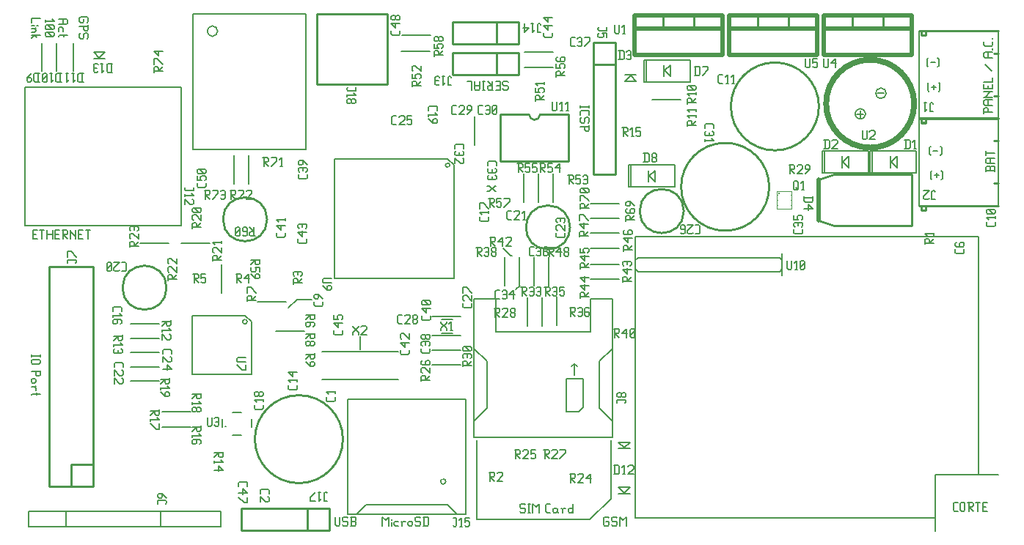
<source format=gbr>
G04 start of page 7 for group -4079 idx -4079 *
G04 Title: (unknown), topsilk *
G04 Creator: pcb 4.0.2 *
G04 CreationDate: Wed Oct 16 23:20:42 2019 UTC *
G04 For: walter *
G04 Format: Gerber/RS-274X *
G04 PCB-Dimensions (mil): 4429.13 2362.20 *
G04 PCB-Coordinate-Origin: lower left *
%MOIN*%
%FSLAX25Y25*%
%LNTOPSILK*%
%ADD93C,0.0020*%
%ADD92C,0.0250*%
%ADD91C,0.0200*%
%ADD90C,0.0100*%
%ADD89C,0.0080*%
%ADD88C,0.0060*%
%ADD87C,0.0079*%
G54D87*X225196Y112204D02*X223425Y110433D01*
X225197Y112204D02*X225196D01*
X218307Y125197D02*Y112205D01*
X225000Y125197D02*Y112205D01*
X238386Y125197D02*Y112205D01*
X228740Y106890D02*Y93898D01*
X235433Y106890D02*Y93898D01*
X242126Y107087D02*Y94095D01*
G54D88*X221480Y125676D02*X221088D01*
X217560Y129204D01*
G54D87*X171654Y225984D02*X184646D01*
X171457Y218897D02*X184449D01*
X204724Y188975D02*Y175983D01*
X22441Y222619D02*Y209627D01*
X14764Y222619D02*Y209627D01*
X8071Y222619D02*Y209627D01*
X31497Y215533D02*X36615D01*
Y218486D02*X31497D01*
X34056Y215927D02*X36615Y218486D01*
X34056Y215927D02*X31497Y218486D01*
X34056Y215926D02*Y215927D01*
X231693Y125197D02*Y112205D01*
X227362Y218503D02*X240354D01*
X227362Y211417D02*X240354D01*
X226968Y162991D02*Y149999D01*
X233661Y162991D02*Y149999D01*
X240354Y162991D02*Y149999D01*
X290946Y210038D02*X293505Y212597D01*
X290552D02*Y207479D01*
X290946Y210038D02*X293505Y207479D01*
X272960Y208178D02*X278078D01*
X275519Y207784D02*X278078Y205225D01*
X272960D02*X278078D01*
X275519Y207784D02*X272960Y205225D01*
X257284Y149409D02*X270276D01*
X257284Y142716D02*X270276D01*
X257284Y136023D02*X270276D01*
X257284Y129133D02*X270276D01*
X257284Y121850D02*X270276D01*
X257284Y115157D02*X270276D01*
X283662Y164565D02*Y159447D01*
X284056Y162006D02*X286615Y164565D01*
X284056Y162006D02*X286615Y159447D01*
Y164565D02*Y159447D01*
X293505Y212597D02*Y207479D01*
X371742Y170961D02*Y165843D01*
X372136Y168402D02*X374695Y170961D01*
X372136Y168402D02*X374695Y165843D01*
Y170961D02*Y165843D01*
X393537Y170961D02*Y165843D01*
X393931Y168402D02*X396490Y170961D01*
X393931Y168402D02*X396490Y165843D01*
Y170961D02*Y165843D01*
X285433Y196850D02*X298425D01*
G54D89*X266523Y41892D02*Y15120D01*
X257074Y5671D02*X266523Y15120D01*
X205499Y41892D02*Y5671D01*
X257074D01*
G54D87*X272639Y17914D02*X270080Y20473D01*
X272639Y17914D02*X275198Y20473D01*
X270080D01*
Y17520D02*X275198D01*
X272639Y38386D02*X270080Y40945D01*
X272639Y38386D02*X275198Y40945D01*
X270080D01*
Y37992D02*X275198D01*
X48228Y94685D02*X61220D01*
X106102Y104921D02*X119094D01*
X114173Y91535D02*X127165D01*
X185434Y98031D02*X198426D01*
X185237Y89370D02*X198229D01*
X48228Y88189D02*X61220D01*
X95276Y171456D02*Y158464D01*
X101969Y171456D02*Y158464D01*
X89567Y121850D02*Y108858D01*
X71457Y131496D02*X84449D01*
X52756D02*X65748D01*
X48228Y81692D02*X61220D01*
X185237Y82874D02*X198229D01*
X48228Y75196D02*X61220D01*
X185237Y76181D02*X198229D01*
X48228Y68700D02*X61220D01*
X62795Y54724D02*X75787D01*
X62598Y47637D02*X75590D01*
X123819Y105708D02*X120079Y101968D01*
X152559Y89173D02*Y83070D01*
X130512Y105708D02*X123819D01*
X227184Y12939D02*X227684Y12439D01*
X225684Y12939D02*X227184D01*
X225184Y12439D02*X225684Y12939D01*
X225184Y12439D02*Y11439D01*
X225684Y10939D01*
X227184D01*
X227684Y10439D01*
Y9439D01*
X227184Y8939D02*X227684Y9439D01*
X225684Y8939D02*X227184D01*
X225184Y9439D02*X225684Y8939D01*
X228884Y12939D02*X229884D01*
X229384D02*Y8939D01*
X228884D02*X229884D01*
X231084Y12939D02*Y8939D01*
Y12939D02*X232584Y11439D01*
X234084Y12939D01*
Y8939D01*
X237584D02*X239084D01*
X237084Y9439D02*X237584Y8939D01*
X237084Y12439D02*Y9439D01*
Y12439D02*X237584Y12939D01*
X239084D01*
X241784Y10939D02*X242284Y10439D01*
X240784Y10939D02*X241784D01*
X240284Y10439D02*X240784Y10939D01*
X240284Y10439D02*Y9439D01*
X240784Y8939D01*
X242284Y10939D02*Y9439D01*
X242784Y8939D01*
X240784D02*X241784D01*
X242284Y9439D01*
X244484Y10439D02*Y8939D01*
Y10439D02*X244984Y10939D01*
X245984D01*
X243984D02*X244484Y10439D01*
X249184Y12939D02*Y8939D01*
X248684D02*X249184Y9439D01*
X247684Y8939D02*X248684D01*
X247184Y9439D02*X247684Y8939D01*
X247184Y10439D02*Y9439D01*
Y10439D02*X247684Y10939D01*
X248684D01*
X249184Y10439D01*
X422744Y9566D02*X424244D01*
X422244Y10066D02*X422744Y9566D01*
X422244Y13066D02*Y10066D01*
Y13066D02*X422744Y13566D01*
X424244D01*
X425444Y13066D02*Y10066D01*
Y13066D02*X425944Y13566D01*
X426944D01*
X427444Y13066D01*
Y10066D01*
X426944Y9566D02*X427444Y10066D01*
X425944Y9566D02*X426944D01*
X425444Y10066D02*X425944Y9566D01*
X428644Y13566D02*X430644D01*
X431144Y13066D01*
Y12066D01*
X430644Y11566D02*X431144Y12066D01*
X429144Y11566D02*X430644D01*
X429144Y13566D02*Y9566D01*
Y11566D02*X431144Y9566D01*
X432344Y13566D02*X434344D01*
X433344D02*Y9566D01*
X435544Y11566D02*X437044D01*
X435544Y9566D02*X437544D01*
X435544Y13566D02*Y9566D01*
Y13566D02*X437544D01*
X411416Y172076D02*X411916Y171576D01*
X411416Y175076D02*X411916Y175576D01*
X411416Y175076D02*Y172076D01*
X413116Y173576D02*X415116D01*
X416316Y175576D02*X416816Y175076D01*
Y172076D01*
X416316Y171576D02*X416816Y172076D01*
X436039Y191052D02*X440039D01*
X436039Y192552D02*Y190552D01*
Y192552D02*X436539Y193052D01*
X437539D01*
X438039Y192552D02*X437539Y193052D01*
X438039Y192552D02*Y191052D01*
X436539Y194252D02*X440039D01*
X436539D02*X436039Y194752D01*
Y196252D02*Y194752D01*
Y196252D02*X436539Y196752D01*
X440039D01*
X438039D02*Y194252D01*
X436039Y197952D02*X440039D01*
X436039D02*X436539D01*
X439039Y200452D01*
X436039D02*X440039D01*
X438039Y203152D02*Y201652D01*
X440039Y203652D02*Y201652D01*
X436039D02*X440039D01*
X436039Y203652D02*Y201652D01*
Y204852D02*X440039D01*
Y206852D02*Y204852D01*
X439539Y209852D02*X436539Y212852D01*
Y215852D02*X440039D01*
X436539D02*X436039Y216352D01*
Y217852D02*Y216352D01*
Y217852D02*X436539Y218352D01*
X440039D01*
X438039D02*Y215852D01*
X440039Y220052D02*Y219552D01*
Y223252D02*Y221752D01*
X439539Y221252D02*X440039Y221752D01*
X436539Y221252D02*X439539D01*
X436539D02*X436039Y221752D01*
Y223252D02*Y221752D01*
X440039Y224952D02*Y224452D01*
X411810Y160855D02*X412310Y160355D01*
X411810Y163855D02*X412310Y164355D01*
X411810Y163855D02*Y160855D01*
X413510Y162355D02*X415510D01*
X414510Y163355D02*Y161355D01*
X416710Y164355D02*X417210Y163855D01*
Y160855D01*
X416710Y160355D02*X417210Y160855D01*
X441022Y165977D02*Y163977D01*
Y165977D02*X440522Y166477D01*
X439522D02*X440522D01*
X439022Y165977D02*X439522Y166477D01*
X439022Y165977D02*Y164477D01*
X437022D02*X441022D01*
X437022Y165977D02*Y163977D01*
Y165977D02*X437522Y166477D01*
X438522D01*
X439022Y165977D02*X438522Y166477D01*
X437522Y167677D02*X441022D01*
X437522D02*X437022Y168177D01*
Y169677D02*Y168177D01*
Y169677D02*X437522Y170177D01*
X441022D01*
X439022D02*Y167677D01*
X437022Y173377D02*Y171377D01*
Y172377D02*X441022D01*
X410235Y212234D02*X410735Y211734D01*
X410235Y215234D02*X410735Y215734D01*
X410235Y215234D02*Y212234D01*
X411935Y213734D02*X413935D01*
X415135Y215734D02*X415635Y215234D01*
Y212234D01*
X415135Y211734D02*X415635Y212234D01*
X410629Y201013D02*X411129Y200513D01*
X410629Y204013D02*X411129Y204513D01*
X410629Y204013D02*Y201013D01*
X412329Y202513D02*X414329D01*
X413329Y203513D02*Y201513D01*
X415529Y204513D02*X416029Y204013D01*
Y201013D01*
X415529Y200513D02*X416029Y201013D01*
X141339Y6874D02*Y3374D01*
X141839Y2874D01*
X142839D01*
X143339Y3374D01*
Y6874D02*Y3374D01*
X146539Y6874D02*X147039Y6374D01*
X145039Y6874D02*X146539D01*
X144539Y6374D02*X145039Y6874D01*
X144539Y6374D02*Y5374D01*
X145039Y4874D01*
X146539D01*
X147039Y4374D01*
Y3374D01*
X146539Y2874D02*X147039Y3374D01*
X145039Y2874D02*X146539D01*
X144539Y3374D02*X145039Y2874D01*
X148239D02*X150239D01*
X150739Y3374D01*
Y4374D02*Y3374D01*
X150239Y4874D02*X150739Y4374D01*
X148739Y4874D02*X150239D01*
X148739Y6874D02*Y2874D01*
X148239Y6874D02*X150239D01*
X150739Y6374D01*
Y5374D01*
X150239Y4874D02*X150739Y5374D01*
X7267Y80708D02*Y79708D01*
X3267Y80208D02*X7267D01*
X3267Y80708D02*Y79708D01*
X3767Y78508D02*X6767D01*
X7267Y78008D01*
Y77008D01*
X6767Y76508D01*
X3767D02*X6767D01*
X3267Y77008D02*X3767Y76508D01*
X3267Y78008D02*Y77008D01*
X3767Y78508D02*X3267Y78008D01*
Y73008D02*X7267D01*
Y73508D02*Y71508D01*
X6767Y71008D01*
X5767D02*X6767D01*
X5267Y71508D02*X5767Y71008D01*
X5267Y73008D02*Y71508D01*
X3767Y69808D02*X4767D01*
X5267Y69308D01*
Y68308D01*
X4767Y67808D01*
X3767D02*X4767D01*
X3267Y68308D02*X3767Y67808D01*
X3267Y69308D02*Y68308D01*
X3767Y69808D02*X3267Y69308D01*
Y66108D02*X4767D01*
X5267Y65608D01*
Y64608D01*
Y66608D02*X4767Y66108D01*
X3767Y62908D02*X7267D01*
X3767D02*X3267Y62408D01*
X5767Y63408D02*Y62408D01*
X3937Y135386D02*X5437D01*
X3937Y133386D02*X5937D01*
X3937Y137386D02*Y133386D01*
Y137386D02*X5937D01*
X7137D02*X9137D01*
X8137D02*Y133386D01*
X10337Y137386D02*Y133386D01*
X12837Y137386D02*Y133386D01*
X10337Y135386D02*X12837D01*
X14037D02*X15537D01*
X14037Y133386D02*X16037D01*
X14037Y137386D02*Y133386D01*
Y137386D02*X16037D01*
X17237D02*X19237D01*
X19737Y136886D01*
Y135886D01*
X19237Y135386D02*X19737Y135886D01*
X17737Y135386D02*X19237D01*
X17737Y137386D02*Y133386D01*
Y135386D02*X19737Y133386D01*
X20937Y137386D02*Y133386D01*
Y137386D02*Y136886D01*
X23437Y134386D01*
Y137386D02*Y133386D01*
X24637Y135386D02*X26137D01*
X24637Y133386D02*X26637D01*
X24637Y137386D02*Y133386D01*
Y137386D02*X26637D01*
X27837D02*X29837D01*
X28837D02*Y133386D01*
X265189Y6873D02*X265689Y6373D01*
X263689Y6873D02*X265189D01*
X263189Y6373D02*X263689Y6873D01*
X263189Y6373D02*Y3373D01*
X263689Y2873D01*
X265189D01*
X265689Y3373D01*
Y4373D02*Y3373D01*
X265189Y4873D02*X265689Y4373D01*
X264189Y4873D02*X265189D01*
X268889Y6873D02*X269389Y6373D01*
X267389Y6873D02*X268889D01*
X266889Y6373D02*X267389Y6873D01*
X266889Y6373D02*Y5373D01*
X267389Y4873D01*
X268889D01*
X269389Y4373D01*
Y3373D01*
X268889Y2873D02*X269389Y3373D01*
X267389Y2873D02*X268889D01*
X266889Y3373D02*X267389Y2873D01*
X270589Y6873D02*Y2873D01*
Y6873D02*X272089Y5373D01*
X273589Y6873D01*
Y2873D01*
X162795Y6874D02*Y2874D01*
Y6874D02*X164295Y5374D01*
X165795Y6874D01*
Y2874D01*
X166995Y5874D02*Y5374D01*
Y4374D02*Y2874D01*
X168495Y4874D02*X169995D01*
X167995Y4374D02*X168495Y4874D01*
X167995Y4374D02*Y3374D01*
X168495Y2874D01*
X169995D01*
X171695Y4374D02*Y2874D01*
Y4374D02*X172195Y4874D01*
X173195D01*
X171195D02*X171695Y4374D01*
X174395D02*Y3374D01*
Y4374D02*X174895Y4874D01*
X175895D01*
X176395Y4374D01*
Y3374D01*
X175895Y2874D02*X176395Y3374D01*
X174895Y2874D02*X175895D01*
X174395Y3374D02*X174895Y2874D01*
X179595Y6874D02*X180095Y6374D01*
X178095Y6874D02*X179595D01*
X177595Y6374D02*X178095Y6874D01*
X177595Y6374D02*Y5374D01*
X178095Y4874D01*
X179595D01*
X180095Y4374D01*
Y3374D01*
X179595Y2874D02*X180095Y3374D01*
X178095Y2874D02*X179595D01*
X177595Y3374D02*X178095Y2874D01*
X181795Y6874D02*Y2874D01*
X183295Y6874D02*X183795Y6374D01*
Y3374D01*
X183295Y2874D02*X183795Y3374D01*
X181295Y2874D02*X183295D01*
X181295Y6874D02*X183295D01*
X256677Y194094D02*Y193094D01*
X252677Y193594D02*X256677D01*
X252677Y194094D02*Y193094D01*
Y191394D02*Y189894D01*
X253177Y191894D02*X252677Y191394D01*
X253177Y191894D02*X256177D01*
X256677Y191394D01*
Y189894D01*
Y186694D02*X256177Y186194D01*
X256677Y188194D02*Y186694D01*
X256177Y188694D02*X256677Y188194D01*
X255177Y188694D02*X256177D01*
X255177D02*X254677Y188194D01*
Y186694D01*
X254177Y186194D01*
X253177D02*X254177D01*
X252677Y186694D02*X253177Y186194D01*
X252677Y188194D02*Y186694D01*
X253177Y188694D02*X252677Y188194D01*
Y184494D02*X256677D01*
Y184994D02*Y182994D01*
X256177Y182494D01*
X255177D02*X256177D01*
X254677Y182994D02*X255177Y182494D01*
X254677Y184494D02*Y182994D01*
X217882Y201197D02*X217382Y201697D01*
X217882Y201197D02*X219382D01*
X219882Y201697D02*X219382Y201197D01*
X219882Y202697D02*Y201697D01*
Y202697D02*X219382Y203197D01*
X217882D02*X219382D01*
X217882D02*X217382Y203697D01*
Y204697D02*Y203697D01*
X217882Y205197D02*X217382Y204697D01*
X217882Y205197D02*X219382D01*
X219882Y204697D02*X219382Y205197D01*
X214682Y203197D02*X216182D01*
X214182Y205197D02*X216182D01*
Y201197D01*
X214182D02*X216182D01*
X210982D02*X212982D01*
X210982D02*X210482Y201697D01*
Y202697D02*Y201697D01*
X210982Y203197D02*X210482Y202697D01*
X210982Y203197D02*X212482D01*
Y205197D02*Y201197D01*
Y203197D02*X210482Y205197D01*
X208282Y201197D02*X209282D01*
X208782Y205197D02*Y201197D01*
X208282Y205197D02*X209282D01*
X207082D02*Y201697D01*
X206582Y201197D01*
X205082D02*X206582D01*
X205082D02*X204582Y201697D01*
Y205197D02*Y201697D01*
Y203197D02*X207082D01*
X203382Y205197D02*Y201197D01*
X201382Y205197D02*X203382D01*
X28988Y232456D02*X28488Y231956D01*
X28988Y233956D02*Y232456D01*
X28488Y234456D02*X28988Y233956D01*
X25488Y234456D02*X28488D01*
X25488D02*X24988Y233956D01*
Y232456D01*
X25488Y231956D01*
X26488D01*
X26988Y232456D02*X26488Y231956D01*
X26988Y233456D02*Y232456D01*
X24988Y230256D02*X28988D01*
Y230756D02*Y228756D01*
X28488Y228256D01*
X27488D02*X28488D01*
X26988Y228756D02*X27488Y228256D01*
X26988Y230256D02*Y228756D01*
X28988Y225056D02*X28488Y224556D01*
X28988Y226556D02*Y225056D01*
X28488Y227056D02*X28988Y226556D01*
X27488Y227056D02*X28488D01*
X27488D02*X26988Y226556D01*
Y225056D01*
X26488Y224556D01*
X25488D02*X26488D01*
X24988Y225056D02*X25488Y224556D01*
X24988Y226556D02*Y225056D01*
X25488Y227056D02*X24988Y226556D01*
X3232Y233672D02*X7232D01*
X3232D02*Y231672D01*
X5732Y230472D02*X6232D01*
X3232D02*X4732D01*
X3232Y228972D02*X4732D01*
X5232Y228472D01*
Y227972D01*
X4732Y227472D01*
X3232D02*X4732D01*
X5232Y229472D02*X4732Y228972D01*
X3232Y226272D02*X7232D01*
X4732D02*X3232Y224772D01*
X4732Y226272D02*X5732Y225272D01*
X9504Y232976D02*Y231976D01*
Y232476D02*X13504D01*
X12504Y233476D02*X13504Y232476D01*
X10004Y230776D02*X9504Y230276D01*
X10004Y230776D02*X13004D01*
X13504Y230276D01*
Y229276D01*
X13004Y228776D01*
X10004D02*X13004D01*
X9504Y229276D02*X10004Y228776D01*
X9504Y230276D02*Y229276D01*
X10504Y230776D02*X12504Y228776D01*
X10004Y227576D02*X9504Y227076D01*
X10004Y227576D02*X13004D01*
X13504Y227076D01*
Y226076D01*
X13004Y225576D01*
X10004D02*X13004D01*
X9504Y226076D02*X10004Y225576D01*
X9504Y227076D02*Y226076D01*
X10504Y227576D02*X12504Y225576D01*
X15580Y233476D02*X19080D01*
X19580Y232976D01*
Y231476D01*
X19080Y230976D01*
X15580D02*X19080D01*
X17580Y233476D02*Y230976D01*
Y229276D02*Y227776D01*
X17080Y229776D02*X17580Y229276D01*
X16080Y229776D02*X17080D01*
X16080D02*X15580Y229276D01*
Y227776D01*
X16080Y226076D02*X19580D01*
X16080D02*X15580Y225576D01*
X18080Y226576D02*Y225576D01*
G54D90*X110315Y142322D02*G75*G03X110315Y142322I-10000J0D01*G01*
G54D89*X61912Y9505D02*Y2305D01*
X19112Y9505D02*Y2305D01*
X1812Y9505D02*X89212D01*
X1812D02*Y5905D01*
Y2305D02*X89212D01*
Y9505D02*Y2305D01*
X1812Y5805D02*Y2305D01*
G54D90*X21181Y30787D02*Y20787D01*
Y30787D02*X31181D01*
X11181Y20787D02*X31181D01*
X11181Y120787D02*Y20787D01*
Y120787D02*X31181D01*
Y20787D01*
X64647Y111219D02*G75*G03X64647Y111219I-10000J0D01*G01*
G54D89*X135239Y69486D02*X169884D01*
X135239Y82085D02*X169884D01*
G54D90*X124803Y22283D02*G75*G03X124803Y22283I0J20000D01*G01*
G54D89*X91142Y48226D02*X91536D01*
X103347Y51376D02*Y47832D01*
X89961Y51376D02*Y47832D01*
X94685Y44289D02*X98622D01*
X94685Y54525D02*X98622D01*
X200631Y60431D02*Y8069D01*
X147087Y60431D02*X200631D01*
X147087D02*Y8069D01*
X200631D01*
X151025Y8068D02*X155356Y12399D01*
X196694Y8068D02*X192363Y12399D01*
X155356D02*X192363D01*
X191576Y23029D02*G75*G03X190395Y24210I-1181J0D01*G01*
X190394Y21847D02*G75*G03X191576Y23029I0J1182D01*G01*
X189214Y23027D02*G75*G03X190394Y21847I1180J0D01*G01*
X190397Y24210D02*G75*G03X189214Y23027I0J-1183D01*G01*
X100244Y98613D02*X103144Y95713D01*
X76386Y98613D02*X100244D01*
X76386D02*Y71855D01*
X103144D01*
Y95713D02*Y71855D01*
X100244Y96713D02*G75*G03X100244Y96713I0J-1000D01*G01*
G54D90*X128662Y905D02*X138662D01*
X128662Y10905D02*Y905D01*
X138662Y10905D02*Y905D01*
X98662D02*X138662D01*
X98662Y10905D02*Y905D01*
Y10905D02*X138662D01*
X133016Y203685D02*Y235685D01*
X165016Y203685D02*X133016D01*
X165016Y235685D02*Y203685D01*
X133016Y235685D02*X165016D01*
G54D89*X192372Y169875D02*X195272Y166975D01*
X140954Y169875D02*X192372D01*
X140954D02*Y115557D01*
X195272D01*
Y166975D02*Y115557D01*
X192372Y167975D02*G75*G03X192372Y167975I0J-1000D01*G01*
X71452Y202384D02*Y139384D01*
X452D02*X71452D01*
X452Y202384D02*Y139384D01*
Y202384D02*X71452D01*
X76638Y235851D02*X127819D01*
X76638Y174039D02*X127819D01*
Y235851D02*Y174039D01*
X76638Y235851D02*Y174039D01*
X85497Y225614D02*G75*G03X87859Y227976I0J2362D01*G01*
X83134Y227977D02*G75*G03X85497Y225614I2363J0D01*G01*
X85496Y230339D02*G75*G03X83134Y227977I0J-2362D01*G01*
X87859Y227976D02*G75*G03X85496Y230339I-2363J0D01*G01*
G54D90*X214685Y207992D02*X224685D01*
X214685Y217992D02*Y207992D01*
X224685Y217992D02*Y207992D01*
X194685D02*X224685D01*
X194685Y217992D02*Y207992D01*
Y217992D02*X224685D01*
X214685Y222165D02*X224685D01*
X214685Y232165D02*Y222165D01*
X224685Y232165D02*Y222165D01*
X194685D02*X224685D01*
X194685Y232165D02*Y222165D01*
Y232165D02*X224685D01*
X304425Y235229D02*Y229229D01*
X290425Y235229D02*Y229229D01*
G54D91*X277425Y235229D02*Y229229D01*
X317425D01*
Y235229D02*Y229229D01*
X277425Y235229D02*X317425D01*
X277425D02*Y217229D01*
X317425D01*
Y235229D02*Y217229D01*
X277425Y235229D02*X317425D01*
G54D90*X390425D02*Y229229D01*
X376425Y235229D02*Y229229D01*
G54D91*X363425Y235229D02*Y229229D01*
X403425D01*
Y235229D02*Y229229D01*
X363425Y235229D02*X403425D01*
X363425D02*Y217229D01*
X403425D01*
Y235229D02*Y217229D01*
X363425Y235229D02*X403425D01*
G54D90*X347425D02*Y229229D01*
X333425Y235229D02*Y229229D01*
G54D91*X320425Y235229D02*Y229229D01*
X360425D01*
Y235229D02*Y229229D01*
X320425Y235229D02*X360425D01*
X320425D02*Y217229D01*
X360425D01*
Y235229D02*Y217229D01*
X320425Y235229D02*X360425D01*
G54D90*X321101Y193701D02*G75*G03X321101Y193701I20000J0D01*G01*
X318504Y177127D02*G75*G03X318504Y177127I0J-20000D01*G01*
G54D89*X387754Y199646D02*X390786D01*
X379922Y191773D02*Y188781D01*
X378386Y190277D02*X381418D01*
X389251Y202048D02*G75*G03X386888Y199685I0J-2363D01*G01*
G75*G03X389289Y197284I2401J0D01*G01*
G75*G03X391691Y199686I0J2402D01*G01*
G75*G03X389329Y202048I-2362J0D01*G01*
X379883Y192679D02*G75*G03X377520Y190316I0J-2363D01*G01*
G75*G03X379921Y187915I2401J0D01*G01*
G75*G03X382323Y190317I0J2402D01*G01*
G75*G03X379961Y192679I-2362J0D01*G01*
G54D92*X404385Y194946D02*G75*G03X384385Y214946I-20000J0D01*G01*
G75*G03X364385Y194946I0J-20000D01*G01*
Y194946D02*G75*G03X384385Y174946I20000J0D01*G01*
X384384D02*G75*G03X404385Y194947I0J20001D01*G01*
G54D89*X406496Y227757D02*Y188387D01*
X442716Y227757D02*Y188387D01*
G54D90*X407574Y228015D02*Y226015D01*
Y188306D02*Y186306D01*
X409574D01*
Y188306D02*Y186306D01*
X406574Y188306D02*X442574D01*
X409574Y228015D02*Y226015D01*
X407574D02*X409574D01*
X406574Y228015D02*X442574D01*
X440574Y217806D02*X442574D01*
X440574Y198406D02*X442574D01*
X299686Y146065D02*G75*G03X299686Y146065I-10000J0D01*G01*
G54D89*X282523Y214842D02*Y204842D01*
X302523Y214842D02*X281523D01*
X302523Y204842D02*Y214842D01*
X281523Y204842D02*X302523D01*
X281523Y214842D02*Y204842D01*
X275634Y167205D02*Y157205D01*
X295634Y167205D02*X274634D01*
X295634Y157205D02*Y167205D01*
X274634Y157205D02*X295634D01*
X274634Y167205D02*Y157205D01*
G54D90*X268780Y222716D02*Y212716D01*
X258780D02*X268780D01*
X258780Y222716D02*X268780D01*
Y162716D01*
X258780D02*X268780D01*
X258780Y222716D02*Y162716D01*
X234391Y190132D02*X247457D01*
X216325D02*X229391D01*
X247457D02*Y168920D01*
X216325D02*X247457D01*
X216325Y190132D02*Y168920D01*
X229391Y190132D02*G75*G03X234391Y190132I2500J0D01*G01*
G54D89*X343149Y118622D02*X344330Y119803D01*
X343149Y124921D02*X344330Y123740D01*
X278976Y118622D02*X343149D01*
X278976Y124921D02*X343149D01*
X278976Y118622D02*X277795Y119803D01*
Y126889D02*Y116652D01*
X433700Y134370D02*Y26496D01*
X344330Y126889D02*Y116652D01*
X433700Y134370D02*X277795D01*
X278976Y124921D02*X277795Y123740D01*
X414015Y26102D02*X442755D01*
X414015Y433D02*Y26102D01*
X277795Y6417D02*X414015D01*
X277795D02*Y134370D01*
X406496Y187993D02*Y148623D01*
X442716Y187993D02*Y148623D01*
G54D90*X407574Y188251D02*Y186251D01*
Y148542D02*Y146542D01*
X409574D01*
Y148542D02*Y146542D01*
X406574Y148542D02*X442574D01*
X409574Y188251D02*Y186251D01*
X407574D02*X409574D01*
X406574Y188251D02*X442574D01*
X440574Y178042D02*X442574D01*
X440574Y158642D02*X442574D01*
X368092Y162956D02*X360892Y160356D01*
X368092Y162956D02*X403292D01*
Y139356D01*
X368092D02*X403292D01*
X360892Y141956D02*X368092Y139356D01*
G54D91*X360892Y160356D02*Y141956D01*
G54D89*X385168Y173404D02*Y163404D01*
X384168Y173404D02*X405168D01*
Y163404D01*
X384168D02*X405168D01*
X384168Y173404D02*Y163404D01*
X363608Y173404D02*Y163404D01*
X362608Y173404D02*X383608D01*
Y163404D01*
X362608D02*X383608D01*
X362608Y173404D02*Y163404D01*
G54D93*X342023Y155083D02*Y147209D01*
X348716Y155083D02*Y147209D01*
X342023D02*X348716D01*
X342023Y155083D02*X348716D01*
X342023Y151146D02*X342416D01*
X348322D02*X348716D01*
X348322Y153508D02*X348716D01*
X342023D02*X342416D01*
X342023Y148784D02*X342416D01*
X348322D02*X348716D01*
X343007Y154493D02*G75*G03X342613Y154099I0J-394D01*G01*
G75*G03X343007Y153705I394J0D01*G01*
G75*G03X343401Y154099I0J394D01*G01*
G75*G03X343007Y154493I-394J0D01*G01*
G54D89*X249986Y76536D02*X251167Y75355D01*
X249986Y76536D02*X248805Y75355D01*
X249986Y76536D02*Y71418D01*
X246443Y54883D02*X251955D01*
X253923Y56851D02*X251955Y54883D01*
X253923Y69843D02*Y56851D01*
X246443Y69843D02*X253923D01*
X246443D02*Y54883D01*
X261404Y77717D02*Y56458D01*
X267309Y83622D02*X261404Y77717D01*
X267309Y50553D02*X261404Y56458D01*
X267309Y83623D02*Y83622D01*
Y50553D02*Y50552D01*
X210223Y77717D02*Y56458D01*
X204317Y83623D02*X210223Y77717D01*
X204317Y50552D02*X210223Y56458D01*
X257467Y106064D02*X267309D01*
X257467D02*Y91103D01*
X214160D02*X257467D01*
X214160Y106064D02*Y91103D01*
X204317Y106064D02*X214160D01*
X267309D02*Y43072D01*
X204317D02*X267309D01*
X204317Y106064D02*Y43072D01*
X189568Y90550D02*X194686D01*
X189568Y96850D02*X194686D01*
G54D90*X237992Y128661D02*G75*G03X237992Y128661I0J10000D01*G01*
G54D87*X346653Y123607D02*Y120107D01*
X347153Y119607D01*
X348153D01*
X348653Y120107D01*
Y123607D02*Y120107D01*
X350353Y119607D02*X351353D01*
X350853Y123607D02*Y119607D01*
X349853Y122607D02*X350853Y123607D01*
X352553Y120107D02*X353053Y119607D01*
X352553Y123107D02*Y120107D01*
Y123107D02*X353053Y123607D01*
X354053D01*
X354553Y123107D01*
Y120107D01*
X354053Y119607D02*X354553Y120107D01*
X353053Y119607D02*X354053D01*
X352553Y120607D02*X354553Y122607D01*
X353684Y137672D02*Y136172D01*
X353184Y135672D02*X353684Y136172D01*
X350184Y135672D02*X353184D01*
X350184D02*X349684Y136172D01*
Y137672D02*Y136172D01*
X350184Y138872D02*X349684Y139372D01*
Y140372D02*Y139372D01*
Y140372D02*X350184Y140872D01*
X353184D01*
X353684Y140372D02*X353184Y140872D01*
X353684Y140372D02*Y139372D01*
X353184Y138872D02*X353684Y139372D01*
X351684Y140872D02*Y139372D01*
X349684Y144072D02*Y142072D01*
X351684D01*
X351184Y142572D01*
Y143572D02*Y142572D01*
Y143572D02*X351684Y144072D01*
X353184D01*
X353684Y143572D02*X353184Y144072D01*
X353684Y143572D02*Y142572D01*
X353184Y142072D02*X353684Y142572D01*
X354449Y152255D02*X358449D01*
Y150755D02*X357949Y150255D01*
X354949D02*X357949D01*
X354449Y150755D02*X354949Y150255D01*
X354449Y152755D02*Y150755D01*
X358449Y152755D02*Y150755D01*
X356449Y149055D02*X358449Y147055D01*
X356449Y149055D02*Y146555D01*
X354449Y147055D02*X358449D01*
X347508Y167012D02*X349508D01*
X350008Y166512D01*
Y165512D01*
X349508Y165012D02*X350008Y165512D01*
X348008Y165012D02*X349508D01*
X348008Y167012D02*Y163012D01*
Y165012D02*X350008Y163012D01*
X351208Y166512D02*X351708Y167012D01*
X353208D01*
X353708Y166512D01*
Y165512D01*
X351208Y163012D02*X353708Y165512D01*
X351208Y163012D02*X353708D01*
X354908D02*X356908Y165012D01*
Y166512D02*Y165012D01*
X356408Y167012D02*X356908Y166512D01*
X355408Y167012D02*X356408D01*
X354908Y166512D02*X355408Y167012D01*
X354908Y166512D02*Y165512D01*
X355408Y165012D01*
X356908D01*
X349606Y159129D02*Y156129D01*
Y159129D02*X350106Y159629D01*
X351106D01*
X351606Y159129D01*
Y156129D01*
X351106Y155629D02*X351606Y156129D01*
X350106Y155629D02*X351106D01*
X349606Y156129D02*X350106Y155629D01*
X350606Y156629D02*X351606Y155629D01*
X353306D02*X354306D01*
X353806Y159629D02*Y155629D01*
X352806Y158629D02*X353806Y159629D01*
X363884Y178576D02*Y174576D01*
X365384Y178576D02*X365884Y178076D01*
Y175076D01*
X365384Y174576D02*X365884Y175076D01*
X363384Y174576D02*X365384D01*
X363384Y178576D02*X365384D01*
X367084Y178076D02*X367584Y178576D01*
X369084D01*
X369584Y178076D01*
Y177076D01*
X367084Y174576D02*X369584Y177076D01*
X367084Y174576D02*X369584D01*
X268307Y230889D02*Y227389D01*
X268807Y226889D01*
X269807D01*
X270307Y227389D01*
Y230889D02*Y227389D01*
X272007Y226889D02*X273007D01*
X272507Y230889D02*Y226889D01*
X271507Y229889D02*X272507Y230889D01*
X264748Y229724D02*Y228224D01*
X261248D02*X264748D01*
X260748Y228724D02*X261248Y228224D01*
X260748Y229224D02*Y228724D01*
X261248Y229724D02*X260748Y229224D01*
X264748Y227024D02*Y225024D01*
X262748Y227024D02*X264748D01*
X262748D02*X263248Y226524D01*
Y225524D01*
X262748Y225024D01*
X261248D02*X262748D01*
X260748Y225524D02*X261248Y225024D01*
X260748Y226524D02*Y225524D01*
X261248Y227024D02*X260748Y226524D01*
X270579Y219078D02*Y215078D01*
X272079Y219078D02*X272579Y218578D01*
Y215578D01*
X272079Y215078D02*X272579Y215578D01*
X270079Y215078D02*X272079D01*
X270079Y219078D02*X272079D01*
X273779Y218578D02*X274279Y219078D01*
X275279D01*
X275779Y218578D01*
Y215578D01*
X275279Y215078D02*X275779Y215578D01*
X274279Y215078D02*X275279D01*
X273779Y215578D02*X274279Y215078D01*
Y217078D02*X275779D01*
X281956Y172304D02*Y168304D01*
X283456Y172304D02*X283956Y171804D01*
Y168804D01*
X283456Y168304D02*X283956Y168804D01*
X281456Y168304D02*X283456D01*
X281456Y172304D02*X283456D01*
X285156Y168804D02*X285656Y168304D01*
X285156Y169804D02*Y168804D01*
Y169804D02*X285656Y170304D01*
X286656D01*
X287156Y169804D01*
Y168804D01*
X286656Y168304D02*X287156Y168804D01*
X285656Y168304D02*X286656D01*
X285156Y170804D02*X285656Y170304D01*
X285156Y171804D02*Y170804D01*
Y171804D02*X285656Y172304D01*
X286656D01*
X287156Y171804D01*
Y170804D01*
X286656Y170304D02*X287156Y170804D01*
X305087Y139646D02*X306587D01*
X307087Y139146D02*X306587Y139646D01*
X307087Y139146D02*Y136146D01*
X306587Y135646D01*
X305087D02*X306587D01*
X303887Y136146D02*X303387Y135646D01*
X301887D02*X303387D01*
X301887D02*X301387Y136146D01*
Y137146D02*Y136146D01*
X303887Y139646D02*X301387Y137146D01*
Y139646D02*X303887D01*
X298687Y135646D02*X298187Y136146D01*
X298687Y135646D02*X299687D01*
X300187Y136146D02*X299687Y135646D01*
X300187Y139146D02*Y136146D01*
Y139146D02*X299687Y139646D01*
X298687Y137646D02*X298187Y138146D01*
X298687Y137646D02*X300187D01*
X298687Y139646D02*X299687D01*
X298687D02*X298187Y139146D01*
Y138146D01*
X273441Y143535D02*Y141535D01*
Y143535D02*X273941Y144035D01*
X274941D01*
X275441Y143535D02*X274941Y144035D01*
X275441Y143535D02*Y142035D01*
X273441D02*X277441D01*
X275441D02*X277441Y144035D01*
X273441Y146735D02*X273941Y147235D01*
X273441Y146735D02*Y145735D01*
X273941Y145235D02*X273441Y145735D01*
X273941Y145235D02*X276941D01*
X277441Y145735D01*
X275441Y146735D02*X275941Y147235D01*
X275441Y146735D02*Y145235D01*
X277441Y146735D02*Y145735D01*
Y146735D02*X276941Y147235D01*
X275941D02*X276941D01*
X277441Y148435D02*X275441Y150435D01*
X273941D02*X275441D01*
X273441Y149935D02*X273941Y150435D01*
X273441Y149935D02*Y148935D01*
X273941Y148435D02*X273441Y148935D01*
X273941Y148435D02*X274941D01*
X275441Y148935D01*
Y150435D02*Y148935D01*
X305028Y211795D02*Y207795D01*
X306528Y211795D02*X307028Y211295D01*
Y208295D01*
X306528Y207795D02*X307028Y208295D01*
X304528Y207795D02*X306528D01*
X304528Y211795D02*X306528D01*
X308228Y207795D02*X310728Y210295D01*
Y211795D02*Y210295D01*
X308228Y211795D02*X310728D01*
X315854Y204251D02*X317354D01*
X315354Y204751D02*X315854Y204251D01*
X315354Y207751D02*Y204751D01*
Y207751D02*X315854Y208251D01*
X317354D01*
X319054Y204251D02*X320054D01*
X319554Y208251D02*Y204251D01*
X318554Y207251D02*X319554Y208251D01*
X321754Y204251D02*X322754D01*
X322254Y208251D02*Y204251D01*
X321254Y207251D02*X322254Y208251D01*
X309173Y185129D02*Y183629D01*
X309673Y185629D02*X309173Y185129D01*
X309673Y185629D02*X312673D01*
X313173Y185129D01*
Y183629D01*
X312673Y182429D02*X313173Y181929D01*
Y180929D01*
X312673Y180429D01*
X309673D02*X312673D01*
X309173Y180929D02*X309673Y180429D01*
X309173Y181929D02*Y180929D01*
X309673Y182429D02*X309173Y181929D01*
X311173D02*Y180429D01*
X309173Y178729D02*Y177729D01*
Y178229D02*X313173D01*
X312173Y179229D02*X313173Y178229D01*
X271654Y184039D02*X273654D01*
X274154Y183539D01*
Y182539D01*
X273654Y182039D02*X274154Y182539D01*
X272154Y182039D02*X273654D01*
X272154Y184039D02*Y180039D01*
Y182039D02*X274154Y180039D01*
X275854D02*X276854D01*
X276354Y184039D02*Y180039D01*
X275354Y183039D02*X276354Y184039D01*
X278054D02*X280054D01*
X278054D02*Y182039D01*
X278554Y182539D01*
X279554D01*
X280054Y182039D01*
Y180539D01*
X279554Y180039D02*X280054Y180539D01*
X278554Y180039D02*X279554D01*
X278054Y180539D02*X278554Y180039D01*
X301394Y186645D02*Y184645D01*
Y186645D02*X301894Y187145D01*
X302894D01*
X303394Y186645D02*X302894Y187145D01*
X303394Y186645D02*Y185145D01*
X301394D02*X305394D01*
X303394D02*X305394Y187145D01*
Y189845D02*Y188845D01*
X301394Y189345D02*X305394D01*
X302394Y188345D02*X301394Y189345D01*
X305394Y192545D02*Y191545D01*
X301394Y192045D02*X305394D01*
X302394Y191045D02*X301394Y192045D01*
X301197Y196881D02*Y194881D01*
Y196881D02*X301697Y197381D01*
X302697D01*
X303197Y196881D02*X302697Y197381D01*
X303197Y196881D02*Y195381D01*
X301197D02*X305197D01*
X303197D02*X305197Y197381D01*
Y200081D02*Y199081D01*
X301197Y199581D02*X305197D01*
X302197Y198581D02*X301197Y199581D01*
X304697Y201281D02*X305197Y201781D01*
X301697Y201281D02*X304697D01*
X301697D02*X301197Y201781D01*
Y202781D02*Y201781D01*
Y202781D02*X301697Y203281D01*
X304697D01*
X305197Y202781D02*X304697Y203281D01*
X305197Y202781D02*Y201781D01*
X304197Y201281D02*X302197Y203281D01*
X269307Y60161D02*Y58661D01*
Y60161D02*X272807D01*
X273307Y59661D02*X272807Y60161D01*
X273307Y59661D02*Y59161D01*
X272807Y58661D02*X273307Y59161D01*
X272807Y61361D02*X273307Y61861D01*
X271807Y61361D02*X272807D01*
X271807D02*X271307Y61861D01*
Y62861D02*Y61861D01*
Y62861D02*X271807Y63361D01*
X272807D01*
X273307Y62861D02*X272807Y63361D01*
X273307Y62861D02*Y61861D01*
X270807Y61361D02*X271307Y61861D01*
X269807Y61361D02*X270807D01*
X269807D02*X269307Y61861D01*
Y62861D02*Y61861D01*
Y62861D02*X269807Y63361D01*
X270807D01*
X271307Y62861D02*X270807Y63361D01*
X267914Y92503D02*X269914D01*
X270414Y92003D01*
Y91003D01*
X269914Y90503D02*X270414Y91003D01*
X268414Y90503D02*X269914D01*
X268414Y92503D02*Y88503D01*
Y90503D02*X270414Y88503D01*
X271614Y90503D02*X273614Y92503D01*
X271614Y90503D02*X274114D01*
X273614Y92503D02*Y88503D01*
X275314Y89003D02*X275814Y88503D01*
X275314Y92003D02*Y89003D01*
Y92003D02*X275814Y92503D01*
X276814D01*
X277314Y92003D01*
Y89003D01*
X276814Y88503D02*X277314Y89003D01*
X275814Y88503D02*X276814D01*
X275314Y89503D02*X277314Y91503D01*
X268412Y30299D02*Y26299D01*
X269912Y30299D02*X270412Y29799D01*
Y26799D01*
X269912Y26299D02*X270412Y26799D01*
X267912Y26299D02*X269912D01*
X267912Y30299D02*X269912D01*
X272112Y26299D02*X273112D01*
X272612Y30299D02*Y26299D01*
X271612Y29299D02*X272612Y30299D01*
X274312Y29799D02*X274812Y30299D01*
X276312D01*
X276812Y29799D01*
Y28799D01*
X274312Y26299D02*X276812Y28799D01*
X274312Y26299D02*X276812D01*
X222835Y37385D02*X224835D01*
X225335Y36885D01*
Y35885D01*
X224835Y35385D02*X225335Y35885D01*
X223335Y35385D02*X224835D01*
X223335Y37385D02*Y33385D01*
Y35385D02*X225335Y33385D01*
X226535Y36885D02*X227035Y37385D01*
X228535D01*
X229035Y36885D01*
Y35885D01*
X226535Y33385D02*X229035Y35885D01*
X226535Y33385D02*X229035D01*
X230235Y37385D02*X232235D01*
X230235D02*Y35385D01*
X230735Y35885D01*
X231735D01*
X232235Y35385D01*
Y33885D01*
X231735Y33385D02*X232235Y33885D01*
X230735Y33385D02*X231735D01*
X230235Y33885D02*X230735Y33385D01*
X236024Y37582D02*X238024D01*
X238524Y37082D01*
Y36082D01*
X238024Y35582D02*X238524Y36082D01*
X236524Y35582D02*X238024D01*
X236524Y37582D02*Y33582D01*
Y35582D02*X238524Y33582D01*
X239724Y37082D02*X240224Y37582D01*
X241724D01*
X242224Y37082D01*
Y36082D01*
X239724Y33582D02*X242224Y36082D01*
X239724Y33582D02*X242224D01*
X243424D02*X245924Y36082D01*
Y37582D02*Y36082D01*
X243424Y37582D02*X245924D01*
X247835Y26559D02*X249835D01*
X250335Y26059D01*
Y25059D01*
X249835Y24559D02*X250335Y25059D01*
X248335Y24559D02*X249835D01*
X248335Y26559D02*Y22559D01*
Y24559D02*X250335Y22559D01*
X251535Y26059D02*X252035Y26559D01*
X253535D01*
X254035Y26059D01*
Y25059D01*
X251535Y22559D02*X254035Y25059D01*
X251535Y22559D02*X254035D01*
X255235Y24559D02*X257235Y26559D01*
X255235Y24559D02*X257735D01*
X257235Y26559D02*Y22559D01*
X225787Y111598D02*X227787D01*
X228287Y111098D01*
Y110098D01*
X227787Y109598D02*X228287Y110098D01*
X226287Y109598D02*X227787D01*
X226287Y111598D02*Y107598D01*
Y109598D02*X228287Y107598D01*
X229487Y111098D02*X229987Y111598D01*
X230987D01*
X231487Y111098D01*
Y108098D01*
X230987Y107598D02*X231487Y108098D01*
X229987Y107598D02*X230987D01*
X229487Y108098D02*X229987Y107598D01*
Y109598D02*X231487D01*
X232687Y111098D02*X233187Y111598D01*
X234187D01*
X234687Y111098D01*
Y108098D01*
X234187Y107598D02*X234687Y108098D01*
X233187Y107598D02*X234187D01*
X232687Y108098D02*X233187Y107598D01*
Y109598D02*X234687D01*
X236418Y111598D02*X238418D01*
X238918Y111098D01*
Y110098D01*
X238418Y109598D02*X238918Y110098D01*
X236918Y109598D02*X238418D01*
X236918Y111598D02*Y107598D01*
Y109598D02*X238918Y107598D01*
X240118Y111098D02*X240618Y111598D01*
X241618D01*
X242118Y111098D01*
Y108098D01*
X241618Y107598D02*X242118Y108098D01*
X240618Y107598D02*X241618D01*
X240118Y108098D02*X240618Y107598D01*
Y109598D02*X242118D01*
X243318Y111598D02*X245318D01*
X243318D02*Y109598D01*
X243818Y110098D01*
X244818D01*
X245318Y109598D01*
Y108098D01*
X244818Y107598D02*X245318Y108098D01*
X243818Y107598D02*X244818D01*
X243318Y108098D02*X243818Y107598D01*
X247835Y102149D02*X249835D01*
X250335Y101649D01*
Y100649D01*
X249835Y100149D02*X250335Y100649D01*
X248335Y100149D02*X249835D01*
X248335Y102149D02*Y98149D01*
Y100149D02*X250335Y98149D01*
X251535Y101649D02*X252035Y102149D01*
X253035D01*
X253535Y101649D01*
Y98649D01*
X253035Y98149D02*X253535Y98649D01*
X252035Y98149D02*X253035D01*
X251535Y98649D02*X252035Y98149D01*
Y100149D02*X253535D01*
X256235Y102149D02*X256735Y101649D01*
X255235Y102149D02*X256235D01*
X254735Y101649D02*X255235Y102149D01*
X254735Y101649D02*Y98649D01*
X255235Y98149D01*
X256235Y100149D02*X256735Y99649D01*
X254735Y100149D02*X256235D01*
X255235Y98149D02*X256235D01*
X256735Y98649D01*
Y99649D02*Y98649D01*
X213582Y101953D02*X215582D01*
X216082Y101453D01*
Y100453D01*
X215582Y99953D02*X216082Y100453D01*
X214082Y99953D02*X215582D01*
X214082Y101953D02*Y97953D01*
Y99953D02*X216082Y97953D01*
X217282Y101453D02*X217782Y101953D01*
X219282D01*
X219782Y101453D01*
Y100453D01*
X217282Y97953D02*X219782Y100453D01*
X217282Y97953D02*X219782D01*
X220982Y98453D02*X221482Y97953D01*
X220982Y99453D02*Y98453D01*
Y99453D02*X221482Y99953D01*
X222482D01*
X222982Y99453D01*
Y98453D01*
X222482Y97953D02*X222982Y98453D01*
X221482Y97953D02*X222482D01*
X220982Y100453D02*X221482Y99953D01*
X220982Y101453D02*Y100453D01*
Y101453D02*X221482Y101953D01*
X222482D01*
X222982Y101453D01*
Y100453D01*
X222482Y99953D02*X222982Y100453D01*
X214477Y106023D02*X215977D01*
X213977Y106523D02*X214477Y106023D01*
X213977Y109523D02*Y106523D01*
Y109523D02*X214477Y110023D01*
X215977D01*
X217177Y109523D02*X217677Y110023D01*
X218677D01*
X219177Y109523D01*
Y106523D01*
X218677Y106023D02*X219177Y106523D01*
X217677Y106023D02*X218677D01*
X217177Y106523D02*X217677Y106023D01*
Y108023D02*X219177D01*
X220377D02*X222377Y110023D01*
X220377Y108023D02*X222877D01*
X222377Y110023D02*Y106023D01*
X272260Y129952D02*Y127952D01*
Y129952D02*X272760Y130452D01*
X273760D01*
X274260Y129952D02*X273760Y130452D01*
X274260Y129952D02*Y128452D01*
X272260D02*X276260D01*
X274260D02*X276260Y130452D01*
X274260Y131652D02*X272260Y133652D01*
X274260Y134152D02*Y131652D01*
X272260Y133652D02*X276260D01*
X272260Y136852D02*X272760Y137352D01*
X272260Y136852D02*Y135852D01*
X272760Y135352D02*X272260Y135852D01*
X272760Y135352D02*X275760D01*
X276260Y135852D01*
X274260Y136852D02*X274760Y137352D01*
X274260Y136852D02*Y135352D01*
X276260Y136852D02*Y135852D01*
Y136852D02*X275760Y137352D01*
X274760D02*X275760D01*
X271866Y115779D02*Y113779D01*
Y115779D02*X272366Y116279D01*
X273366D01*
X273866Y115779D02*X273366Y116279D01*
X273866Y115779D02*Y114279D01*
X271866D02*X275866D01*
X273866D02*X275866Y116279D01*
X273866Y117479D02*X271866Y119479D01*
X273866Y119979D02*Y117479D01*
X271866Y119479D02*X275866D01*
X272366Y121179D02*X271866Y121679D01*
Y122679D02*Y121679D01*
Y122679D02*X272366Y123179D01*
X275366D01*
X275866Y122679D02*X275366Y123179D01*
X275866Y122679D02*Y121679D01*
X275366Y121179D02*X275866Y121679D01*
X273866Y123179D02*Y121679D01*
X252575Y108496D02*Y106496D01*
Y108496D02*X253075Y108996D01*
X254075D01*
X254575Y108496D02*X254075Y108996D01*
X254575Y108496D02*Y106996D01*
X252575D02*X256575D01*
X254575D02*X256575Y108996D01*
X254575Y110196D02*X252575Y112196D01*
X254575Y112696D02*Y110196D01*
X252575Y112196D02*X256575D01*
X254575Y113896D02*X252575Y115896D01*
X254575Y116396D02*Y113896D01*
X252575Y115896D02*X256575D01*
X252575Y121881D02*Y119881D01*
Y121881D02*X253075Y122381D01*
X254075D01*
X254575Y121881D02*X254075Y122381D01*
X254575Y121881D02*Y120381D01*
X252575D02*X256575D01*
X254575D02*X256575Y122381D01*
X254575Y123581D02*X252575Y125581D01*
X254575Y126081D02*Y123581D01*
X252575Y125581D02*X256575D01*
X252575Y129281D02*Y127281D01*
X254575D01*
X254075Y127781D01*
Y128781D02*Y127781D01*
Y128781D02*X254575Y129281D01*
X256075D01*
X256575Y128781D02*X256075Y129281D01*
X256575Y128781D02*Y127781D01*
X256075Y127281D02*X256575Y127781D01*
X230028Y125708D02*X231528D01*
X229528Y126208D02*X230028Y125708D01*
X229528Y129208D02*Y126208D01*
Y129208D02*X230028Y129708D01*
X231528D01*
X232728Y129208D02*X233228Y129708D01*
X234228D01*
X234728Y129208D01*
Y126208D01*
X234228Y125708D02*X234728Y126208D01*
X233228Y125708D02*X234228D01*
X232728Y126208D02*X233228Y125708D01*
Y127708D02*X234728D01*
X237428Y129708D02*X237928Y129208D01*
X236428Y129708D02*X237428D01*
X235928Y129208D02*X236428Y129708D01*
X235928Y129208D02*Y126208D01*
X236428Y125708D01*
X237428Y127708D02*X237928Y127208D01*
X235928Y127708D02*X237428D01*
X236428Y125708D02*X237428D01*
X237928Y126208D01*
Y127208D02*Y126208D01*
X237993Y129512D02*X239993D01*
X240493Y129012D01*
Y128012D01*
X239993Y127512D02*X240493Y128012D01*
X238493Y127512D02*X239993D01*
X238493Y129512D02*Y125512D01*
Y127512D02*X240493Y125512D01*
X241693Y127512D02*X243693Y129512D01*
X241693Y127512D02*X244193D01*
X243693Y129512D02*Y125512D01*
X245393Y126012D02*X245893Y125512D01*
X245393Y127012D02*Y126012D01*
Y127012D02*X245893Y127512D01*
X246893D01*
X247393Y127012D01*
Y126012D01*
X246893Y125512D02*X247393Y126012D01*
X245893Y125512D02*X246893D01*
X245393Y128012D02*X245893Y127512D01*
X245393Y129012D02*Y128012D01*
Y129012D02*X245893Y129512D01*
X246893D01*
X247393Y129012D01*
Y128012D01*
X246893Y127512D02*X247393Y128012D01*
X252576Y149047D02*Y147047D01*
Y149047D02*X253076Y149547D01*
X254076D01*
X254576Y149047D02*X254076Y149547D01*
X254576Y149047D02*Y147547D01*
X252576D02*X256576D01*
X254576D02*X256576Y149547D01*
Y150747D02*X254076Y153247D01*
X252576D02*X254076D01*
X252576D02*Y150747D01*
X256076Y154447D02*X256576Y154947D01*
X253076Y154447D02*X256076D01*
X253076D02*X252576Y154947D01*
Y155947D02*Y154947D01*
Y155947D02*X253076Y156447D01*
X256076D01*
X256576Y155947D02*X256076Y156447D01*
X256576Y155947D02*Y154947D01*
X255576Y154447D02*X253576Y156447D01*
X245748Y136054D02*Y134554D01*
X245248Y134054D02*X245748Y134554D01*
X242248Y134054D02*X245248D01*
X242248D02*X241748Y134554D01*
Y136054D02*Y134554D01*
X242248Y137254D02*X241748Y137754D01*
Y139254D02*Y137754D01*
Y139254D02*X242248Y139754D01*
X243248D01*
X245748Y137254D02*X243248Y139754D01*
X245748D02*Y137254D01*
X242248Y140954D02*X241748Y141454D01*
Y142454D02*Y141454D01*
Y142454D02*X242248Y142954D01*
X245248D01*
X245748Y142454D02*X245248Y142954D01*
X245748Y142454D02*Y141454D01*
X245248Y140954D02*X245748Y141454D01*
X243748Y142954D02*Y141454D01*
X252378Y136449D02*Y134449D01*
Y136449D02*X252878Y136949D01*
X253878D01*
X254378Y136449D02*X253878Y136949D01*
X254378Y136449D02*Y134949D01*
X252378D02*X256378D01*
X254378D02*X256378Y136949D01*
X254378Y138149D02*X252378Y140149D01*
X254378Y140649D02*Y138149D01*
X252378Y140149D02*X256378D01*
Y141849D02*X253878Y144349D01*
X252378D02*X253878D01*
X252378D02*Y141849D01*
X247047Y162385D02*X249047D01*
X249547Y161885D01*
Y160885D01*
X249047Y160385D02*X249547Y160885D01*
X247547Y160385D02*X249047D01*
X247547Y162385D02*Y158385D01*
Y160385D02*X249547Y158385D01*
X250747Y162385D02*X252747D01*
X250747D02*Y160385D01*
X251247Y160885D01*
X252247D01*
X252747Y160385D01*
Y158885D01*
X252247Y158385D02*X252747Y158885D01*
X251247Y158385D02*X252247D01*
X250747Y158885D02*X251247Y158385D01*
X253947Y161885D02*X254447Y162385D01*
X255447D01*
X255947Y161885D01*
Y158885D01*
X255447Y158385D02*X255947Y158885D01*
X254447Y158385D02*X255447D01*
X253947Y158885D02*X254447Y158385D01*
Y160385D02*X255947D01*
X219824Y142236D02*X221324D01*
X219324Y142736D02*X219824Y142236D01*
X219324Y145736D02*Y142736D01*
Y145736D02*X219824Y146236D01*
X221324D01*
X222524Y145736D02*X223024Y146236D01*
X224524D01*
X225024Y145736D01*
Y144736D01*
X222524Y142236D02*X225024Y144736D01*
X222524Y142236D02*X225024D01*
X226724D02*X227724D01*
X227224Y146236D02*Y142236D01*
X226224Y145236D02*X227224Y146236D01*
X234252Y167701D02*X236252D01*
X236752Y167201D01*
Y166201D01*
X236252Y165701D02*X236752Y166201D01*
X234752Y165701D02*X236252D01*
X234752Y167701D02*Y163701D01*
Y165701D02*X236752Y163701D01*
X237952Y167701D02*X239952D01*
X237952D02*Y165701D01*
X238452Y166201D01*
X239452D01*
X239952Y165701D01*
Y164201D01*
X239452Y163701D02*X239952Y164201D01*
X238452Y163701D02*X239452D01*
X237952Y164201D02*X238452Y163701D01*
X241152Y165701D02*X243152Y167701D01*
X241152Y165701D02*X243652D01*
X243152Y167701D02*Y163701D01*
X224015Y167700D02*X226015D01*
X226515Y167200D01*
Y166200D01*
X226015Y165700D02*X226515Y166200D01*
X224515Y165700D02*X226015D01*
X224515Y167700D02*Y163700D01*
Y165700D02*X226515Y163700D01*
X227715Y167700D02*X229715D01*
X227715D02*Y165700D01*
X228215Y166200D01*
X229215D01*
X229715Y165700D01*
Y164200D01*
X229215Y163700D02*X229715Y164200D01*
X228215Y163700D02*X229215D01*
X227715Y164200D02*X228215Y163700D01*
X230915Y167700D02*X232915D01*
X230915D02*Y165700D01*
X231415Y166200D01*
X232415D01*
X232915Y165700D01*
Y164200D01*
X232415Y163700D02*X232915Y164200D01*
X231415Y163700D02*X232415D01*
X230915Y164200D02*X231415Y163700D01*
X233146Y227377D02*X234646D01*
X233146Y230877D02*Y227377D01*
X233646Y231377D02*X233146Y230877D01*
X233646Y231377D02*X234146D01*
X234646Y230877D02*X234146Y231377D01*
X230446D02*X231446D01*
X230946D02*Y227377D01*
X231946Y228377D02*X230946Y227377D01*
X229246Y229377D02*X227246Y227377D01*
X226746Y229377D02*X229246D01*
X227246Y231377D02*Y227377D01*
X232299Y198260D02*Y196260D01*
Y198260D02*X232799Y198760D01*
X233799D01*
X234299Y198260D02*X233799Y198760D01*
X234299Y198260D02*Y196760D01*
X232299D02*X236299D01*
X234299D02*X236299Y198760D01*
X232299Y201960D02*Y199960D01*
X234299D01*
X233799Y200460D01*
Y201460D02*Y200460D01*
Y201460D02*X234299Y201960D01*
X235799D01*
X236299Y201460D02*X235799Y201960D01*
X236299Y201460D02*Y200460D01*
X235799Y199960D02*X236299Y200460D01*
Y204660D02*Y203660D01*
X232299Y204160D02*X236299D01*
X233299Y203160D02*X232299Y204160D01*
X239960Y195654D02*Y192154D01*
X240460Y191654D01*
X241460D01*
X241960Y192154D01*
Y195654D02*Y192154D01*
X243660Y191654D02*X244660D01*
X244160Y195654D02*Y191654D01*
X243160Y194654D02*X244160Y195654D01*
X246360Y191654D02*X247360D01*
X246860Y195654D02*Y191654D01*
X245860Y194654D02*X246860Y195654D01*
X248729Y220984D02*X250229D01*
X248229Y221484D02*X248729Y220984D01*
X248229Y224484D02*Y221484D01*
Y224484D02*X248729Y224984D01*
X250229D01*
X251429Y224484D02*X251929Y224984D01*
X252929D01*
X253429Y224484D01*
Y221484D01*
X252929Y220984D02*X253429Y221484D01*
X251929Y220984D02*X252929D01*
X251429Y221484D02*X251929Y220984D01*
Y222984D02*X253429D01*
X254629Y220984D02*X257129Y223484D01*
Y224984D02*Y223484D01*
X254629Y224984D02*X257129D01*
X241748Y209283D02*Y207283D01*
Y209283D02*X242248Y209783D01*
X243248D01*
X243748Y209283D02*X243248Y209783D01*
X243748Y209283D02*Y207783D01*
X241748D02*X245748D01*
X243748D02*X245748Y209783D01*
X241748Y212983D02*Y210983D01*
X243748D01*
X243248Y211483D01*
Y212483D02*Y211483D01*
Y212483D02*X243748Y212983D01*
X245248D01*
X245748Y212483D02*X245248Y212983D01*
X245748Y212483D02*Y211483D01*
X245248Y210983D02*X245748Y211483D01*
X241748Y215683D02*X242248Y216183D01*
X241748Y215683D02*Y214683D01*
X242248Y214183D02*X241748Y214683D01*
X242248Y214183D02*X245248D01*
X245748Y214683D01*
X243748Y215683D02*X244248Y216183D01*
X243748Y215683D02*Y214183D01*
X245748Y215683D02*Y214683D01*
Y215683D02*X245248Y216183D01*
X244248D02*X245248D01*
X240039Y227197D02*Y225697D01*
X239539Y225197D02*X240039Y225697D01*
X236539Y225197D02*X239539D01*
X236539D02*X236039Y225697D01*
Y227197D02*Y225697D01*
X238039Y228397D02*X236039Y230397D01*
X238039Y230897D02*Y228397D01*
X236039Y230397D02*X240039D01*
X238039Y232097D02*X236039Y234097D01*
X238039Y234597D02*Y232097D01*
X236039Y234097D02*X240039D01*
X380905Y182661D02*Y179161D01*
X381405Y178661D01*
X382405D01*
X382905Y179161D01*
Y182661D02*Y179161D01*
X384105Y182161D02*X384605Y182661D01*
X386105D01*
X386605Y182161D01*
Y181161D01*
X384105Y178661D02*X386605Y181161D01*
X384105Y178661D02*X386605D01*
X411564Y191344D02*X413064D01*
X411564Y194844D02*Y191344D01*
X412064Y195344D02*X411564Y194844D01*
X412064Y195344D02*X412564D01*
X413064Y194844D02*X412564Y195344D01*
X408864D02*X409864D01*
X409364D02*Y191344D01*
X410364Y192344D02*X409364Y191344D01*
X412364Y151344D02*X413864D01*
X412364Y154844D02*Y151344D01*
X412864Y155344D02*X412364Y154844D01*
X412864Y155344D02*X413364D01*
X413864Y154844D02*X413364Y155344D01*
X411164Y151844D02*X410664Y151344D01*
X409164D02*X410664D01*
X409164D02*X408664Y151844D01*
Y152844D02*Y151844D01*
X411164Y155344D02*X408664Y152844D01*
Y155344D02*X411164D01*
X400536Y178576D02*Y174576D01*
X402036Y178576D02*X402536Y178076D01*
Y175076D01*
X402036Y174576D02*X402536Y175076D01*
X400036Y174576D02*X402036D01*
X400036Y178576D02*X402036D01*
X404236Y174576D02*X405236D01*
X404736Y178576D02*Y174576D01*
X403736Y177576D02*X404736Y178576D01*
X441296Y141004D02*Y139504D01*
X440796Y139004D02*X441296Y139504D01*
X437796Y139004D02*X440796D01*
X437796D02*X437296Y139504D01*
Y141004D02*Y139504D01*
X441296Y143704D02*Y142704D01*
X437296Y143204D02*X441296D01*
X438296Y142204D02*X437296Y143204D01*
X440796Y144904D02*X441296Y145404D01*
X437796Y144904D02*X440796D01*
X437796D02*X437296Y145404D01*
Y146404D02*Y145404D01*
Y146404D02*X437796Y146904D01*
X440796D01*
X441296Y146404D02*X440796Y146904D01*
X441296Y146404D02*Y145404D01*
X440296Y144904D02*X438296Y146904D01*
X409268Y132968D02*Y130968D01*
Y132968D02*X409768Y133468D01*
X410768D01*
X411268Y132968D02*X410768Y133468D01*
X411268Y132968D02*Y131468D01*
X409268D02*X413268D01*
X411268D02*X413268Y133468D01*
Y136168D02*Y135168D01*
X409268Y135668D02*X413268D01*
X410268Y134668D02*X409268Y135668D01*
X426988Y128656D02*Y127156D01*
X426488Y126656D02*X426988Y127156D01*
X423488Y126656D02*X426488D01*
X423488D02*X422988Y127156D01*
Y128656D02*Y127156D01*
Y131356D02*X423488Y131856D01*
X422988Y131356D02*Y130356D01*
X423488Y129856D02*X422988Y130356D01*
X423488Y129856D02*X426488D01*
X426988Y130356D01*
X424988Y131356D02*X425488Y131856D01*
X424988Y131356D02*Y129856D01*
X426988Y131356D02*Y130356D01*
Y131356D02*X426488Y131856D01*
X425488D02*X426488D01*
X363386Y215338D02*Y211838D01*
X363886Y211338D01*
X364886D01*
X365386Y211838D01*
Y215338D02*Y211838D01*
X366586Y213338D02*X368586Y215338D01*
X366586Y213338D02*X369086D01*
X368586Y215338D02*Y211338D01*
X355119Y215337D02*Y211837D01*
X355619Y211337D01*
X356619D01*
X357119Y211837D01*
Y215337D02*Y211837D01*
X358319Y215337D02*X360319D01*
X358319D02*Y213337D01*
X358819Y213837D01*
X359819D01*
X360319Y213337D01*
Y211837D01*
X359819Y211337D02*X360319Y211837D01*
X358819Y211337D02*X359819D01*
X358319Y211837D02*X358819Y211337D01*
X180330Y70701D02*Y68701D01*
Y70701D02*X180830Y71201D01*
X181830D01*
X182330Y70701D02*X181830Y71201D01*
X182330Y70701D02*Y69201D01*
X180330D02*X184330D01*
X182330D02*X184330Y71201D01*
X180830Y72401D02*X180330Y72901D01*
Y74401D02*Y72901D01*
Y74401D02*X180830Y74901D01*
X181830D01*
X184330Y72401D02*X181830Y74901D01*
X184330D02*Y72401D01*
X180330Y77601D02*X180830Y78101D01*
X180330Y77601D02*Y76601D01*
X180830Y76101D02*X180330Y76601D01*
X180830Y76101D02*X183830D01*
X184330Y76601D01*
X182330Y77601D02*X182830Y78101D01*
X182330Y77601D02*Y76101D01*
X184330Y77601D02*Y76601D01*
Y77601D02*X183830Y78101D01*
X182830D02*X183830D01*
X184527Y98456D02*Y96956D01*
X184027Y96456D02*X184527Y96956D01*
X181027Y96456D02*X184027D01*
X181027D02*X180527Y96956D01*
Y98456D02*Y96956D01*
X182527Y99656D02*X180527Y101656D01*
X182527Y102156D02*Y99656D01*
X180527Y101656D02*X184527D01*
X184027Y103356D02*X184527Y103856D01*
X181027Y103356D02*X184027D01*
X181027D02*X180527Y103856D01*
Y104856D02*Y103856D01*
Y104856D02*X181027Y105356D01*
X184027D01*
X184527Y104856D02*X184027Y105356D01*
X184527Y104856D02*Y103856D01*
X183527Y103356D02*X181527Y105356D01*
X189396Y95664D02*Y95164D01*
X191896Y92664D01*
Y91664D01*
X189396Y92664D02*Y91664D01*
Y92664D02*X191896Y95164D01*
Y95664D02*Y95164D01*
X193596Y91664D02*X194596D01*
X194096Y95664D02*Y91664D01*
X193096Y94664D02*X194096Y95664D01*
X170185Y94803D02*X171685D01*
X169685Y95303D02*X170185Y94803D01*
X169685Y98303D02*Y95303D01*
Y98303D02*X170185Y98803D01*
X171685D01*
X172885Y98303D02*X173385Y98803D01*
X174885D01*
X175385Y98303D01*
Y97303D01*
X172885Y94803D02*X175385Y97303D01*
X172885Y94803D02*X175385D01*
X176585Y95303D02*X177085Y94803D01*
X176585Y96303D02*Y95303D01*
Y96303D02*X177085Y96803D01*
X178085D01*
X178585Y96303D01*
Y95303D01*
X178085Y94803D02*X178585Y95303D01*
X177085Y94803D02*X178085D01*
X176585Y97303D02*X177085Y96803D01*
X176585Y98303D02*Y97303D01*
Y98303D02*X177085Y98803D01*
X178085D01*
X178585Y98303D01*
Y97303D01*
X178085Y96803D02*X178585Y97303D01*
X174881Y82905D02*Y81405D01*
X174381Y80905D02*X174881Y81405D01*
X171381Y80905D02*X174381D01*
X171381D02*X170881Y81405D01*
Y82905D02*Y81405D01*
X172881Y84105D02*X170881Y86105D01*
X172881Y86605D02*Y84105D01*
X170881Y86105D02*X174881D01*
X171381Y87805D02*X170881Y88305D01*
Y89805D02*Y88305D01*
Y89805D02*X171381Y90305D01*
X172381D01*
X174881Y87805D02*X172381Y90305D01*
X174881D02*Y87805D01*
X184331Y83496D02*Y81996D01*
X183831Y81496D02*X184331Y81996D01*
X180831Y81496D02*X183831D01*
X180831D02*X180331Y81996D01*
Y83496D02*Y81996D01*
X180831Y84696D02*X180331Y85196D01*
Y86196D02*Y85196D01*
Y86196D02*X180831Y86696D01*
X183831D01*
X184331Y86196D02*X183831Y86696D01*
X184331Y86196D02*Y85196D01*
X183831Y84696D02*X184331Y85196D01*
X182331Y86696D02*Y85196D01*
X183831Y87896D02*X184331Y88396D01*
X182831Y87896D02*X183831D01*
X182831D02*X182331Y88396D01*
Y89396D02*Y88396D01*
Y89396D02*X182831Y89896D01*
X183831D01*
X184331Y89396D02*X183831Y89896D01*
X184331Y89396D02*Y88396D01*
X181831Y87896D02*X182331Y88396D01*
X180831Y87896D02*X181831D01*
X180831D02*X180331Y88396D01*
Y89396D02*Y88396D01*
Y89396D02*X180831Y89896D01*
X181831D01*
X182331Y89396D02*X181831Y89896D01*
X205408Y129576D02*X207408D01*
X207908Y129076D01*
Y128076D01*
X207408Y127576D02*X207908Y128076D01*
X205908Y127576D02*X207408D01*
X205908Y129576D02*Y125576D01*
Y127576D02*X207908Y125576D01*
X209108Y129076D02*X209608Y129576D01*
X210608D01*
X211108Y129076D01*
Y126076D01*
X210608Y125576D02*X211108Y126076D01*
X209608Y125576D02*X210608D01*
X209108Y126076D02*X209608Y125576D01*
Y127576D02*X211108D01*
X212308Y126076D02*X212808Y125576D01*
X212308Y127076D02*Y126076D01*
Y127076D02*X212808Y127576D01*
X213808D01*
X214308Y127076D01*
Y126076D01*
X213808Y125576D02*X214308Y126076D01*
X212808Y125576D02*X213808D01*
X212308Y128076D02*X212808Y127576D01*
X212308Y129076D02*Y128076D01*
Y129076D02*X212808Y129576D01*
X213808D01*
X214308Y129076D01*
Y128076D01*
X213808Y127576D02*X214308Y128076D01*
X211220Y27149D02*X213220D01*
X213720Y26649D01*
Y25649D01*
X213220Y25149D02*X213720Y25649D01*
X211720Y25149D02*X213220D01*
X211720Y27149D02*Y23149D01*
Y25149D02*X213720Y23149D01*
X214920Y26649D02*X215420Y27149D01*
X216920D01*
X217420Y26649D01*
Y25649D01*
X214920Y23149D02*X217420Y25649D01*
X214920Y23149D02*X217420D01*
X203425Y103969D02*Y102469D01*
X202925Y101969D02*X203425Y102469D01*
X199925Y101969D02*X202925D01*
X199925D02*X199425Y102469D01*
Y103969D02*Y102469D01*
X199925Y105169D02*X199425Y105669D01*
Y107169D02*Y105669D01*
Y107169D02*X199925Y107669D01*
X200925D01*
X203425Y105169D02*X200925Y107669D01*
X203425D02*Y105169D01*
Y108869D02*X200925Y111369D01*
X199425D02*X200925D01*
X199425D02*Y108869D01*
X199229Y77394D02*Y75394D01*
Y77394D02*X199729Y77894D01*
X200729D01*
X201229Y77394D02*X200729Y77894D01*
X201229Y77394D02*Y75894D01*
X199229D02*X203229D01*
X201229D02*X203229Y77894D01*
X199729Y79094D02*X199229Y79594D01*
Y80594D02*Y79594D01*
Y80594D02*X199729Y81094D01*
X202729D01*
X203229Y80594D02*X202729Y81094D01*
X203229Y80594D02*Y79594D01*
X202729Y79094D02*X203229Y79594D01*
X201229Y81094D02*Y79594D01*
X202729Y82294D02*X203229Y82794D01*
X199729Y82294D02*X202729D01*
X199729D02*X199229Y82794D01*
Y83794D02*Y82794D01*
Y83794D02*X199729Y84294D01*
X202729D01*
X203229Y83794D02*X202729Y84294D01*
X203229Y83794D02*Y82794D01*
X202229Y82294D02*X200229Y84294D01*
X194882Y6479D02*X196382D01*
Y2979D01*
X195882Y2479D02*X196382Y2979D01*
X195382Y2479D02*X195882D01*
X194882Y2979D02*X195382Y2479D01*
X198082D02*X199082D01*
X198582Y6479D02*Y2479D01*
X197582Y5479D02*X198582Y6479D01*
X200282D02*X202282D01*
X200282D02*Y4479D01*
X200782Y4979D01*
X201782D01*
X202282Y4479D01*
Y2979D01*
X201782Y2479D02*X202282Y2979D01*
X200782Y2479D02*X201782D01*
X200282Y2979D02*X200782Y2479D01*
X47850Y131724D02*Y129724D01*
Y131724D02*X48350Y132224D01*
X49350D01*
X49850Y131724D02*X49350Y132224D01*
X49850Y131724D02*Y130224D01*
X47850D02*X51850D01*
X49850D02*X51850Y132224D01*
X48350Y133424D02*X47850Y133924D01*
Y135424D02*Y133924D01*
Y135424D02*X48350Y135924D01*
X49350D01*
X51850Y133424D02*X49350Y135924D01*
X51850D02*Y133424D01*
X48350Y137124D02*X47850Y137624D01*
Y138624D02*Y137624D01*
Y138624D02*X48350Y139124D01*
X51350D01*
X51850Y138624D02*X51350Y139124D01*
X51850Y138624D02*Y137624D01*
X51350Y137124D02*X51850Y137624D01*
X49850Y139124D02*Y137624D01*
X19701Y123940D02*Y122440D01*
Y123940D02*X23201D01*
X23701Y123440D02*X23201Y123940D01*
X23701Y123440D02*Y122940D01*
X23201Y122440D02*X23701Y122940D01*
Y125140D02*X21201Y127640D01*
X19701D02*X21201D01*
X19701D02*Y125140D01*
X44456Y122715D02*X45956D01*
X46456Y122215D02*X45956Y122715D01*
X46456Y122215D02*Y119215D01*
X45956Y118715D01*
X44456D02*X45956D01*
X43256Y119215D02*X42756Y118715D01*
X41256D02*X42756D01*
X41256D02*X40756Y119215D01*
Y120215D02*Y119215D01*
X43256Y122715D02*X40756Y120215D01*
Y122715D02*X43256D01*
X39556Y122215D02*X39056Y122715D01*
X39556Y122215D02*Y119215D01*
X39056Y118715D01*
X38056D02*X39056D01*
X38056D02*X37556Y119215D01*
Y122215D02*Y119215D01*
X38056Y122715D02*X37556Y122215D01*
X38056Y122715D02*X39056D01*
X39556Y121715D02*X37556Y119715D01*
X40277Y102058D02*Y100558D01*
X40777Y102558D02*X40277Y102058D01*
X40777Y102558D02*X43777D01*
X44277Y102058D01*
Y100558D01*
X40277Y98858D02*Y97858D01*
Y98358D02*X44277D01*
X43277Y99358D02*X44277Y98358D01*
Y95158D02*X43777Y94658D01*
X44277Y96158D02*Y95158D01*
X43777Y96658D02*X44277Y96158D01*
X40777Y96658D02*X43777D01*
X40777D02*X40277Y96158D01*
X42277Y95158D02*X41777Y94658D01*
X42277Y96658D02*Y95158D01*
X40277Y96158D02*Y95158D01*
X40777Y94658D01*
X41777D01*
X44473Y89763D02*Y87763D01*
X43973Y87263D01*
X42973D02*X43973D01*
X42473Y87763D02*X42973Y87263D01*
X42473Y89263D02*Y87763D01*
X40473Y89263D02*X44473D01*
X42473D02*X40473Y87263D01*
Y85563D02*Y84563D01*
Y85063D02*X44473D01*
X43473Y86063D02*X44473Y85063D01*
X43973Y83363D02*X44473Y82863D01*
Y81863D01*
X43973Y81363D01*
X40973D02*X43973D01*
X40473Y81863D02*X40973Y81363D01*
X40473Y82863D02*Y81863D01*
X40973Y83363D02*X40473Y82863D01*
X42473D02*Y81363D01*
X40866Y76468D02*Y74968D01*
X41366Y76968D02*X40866Y76468D01*
X41366Y76968D02*X44366D01*
X44866Y76468D01*
Y74968D01*
X44366Y73768D02*X44866Y73268D01*
Y71768D01*
X44366Y71268D01*
X43366D02*X44366D01*
X40866Y73768D02*X43366Y71268D01*
X40866Y73768D02*Y71268D01*
X44366Y70068D02*X44866Y69568D01*
Y68068D01*
X44366Y67568D01*
X43366D02*X44366D01*
X40866Y70068D02*X43366Y67568D01*
X40866Y70068D02*Y67568D01*
X65173Y116567D02*Y114567D01*
Y116567D02*X65673Y117067D01*
X66673D01*
X67173Y116567D02*X66673Y117067D01*
X67173Y116567D02*Y115067D01*
X65173D02*X69173D01*
X67173D02*X69173Y117067D01*
X65673Y118267D02*X65173Y118767D01*
Y120267D02*Y118767D01*
Y120267D02*X65673Y120767D01*
X66673D01*
X69173Y118267D02*X66673Y120767D01*
X69173D02*Y118267D01*
X65673Y121967D02*X65173Y122467D01*
Y123967D02*Y122467D01*
Y123967D02*X65673Y124467D01*
X66673D01*
X69173Y121967D02*X66673Y124467D01*
X69173D02*Y121967D01*
X60645Y14295D02*Y12795D01*
Y14295D02*X64145D01*
X64645Y13795D02*X64145Y14295D01*
X64645Y13795D02*Y13295D01*
X64145Y12795D02*X64645Y13295D01*
Y15495D02*X62645Y17495D01*
X61145D02*X62645D01*
X60645Y16995D02*X61145Y17495D01*
X60645Y16995D02*Y15995D01*
X61145Y15495D02*X60645Y15995D01*
X61145Y15495D02*X62145D01*
X62645Y15995D01*
Y17495D02*Y15995D01*
X66520Y96456D02*Y94456D01*
X66020Y93956D01*
X65020D02*X66020D01*
X64520Y94456D02*X65020Y93956D01*
X64520Y95956D02*Y94456D01*
X62520Y95956D02*X66520D01*
X64520D02*X62520Y93956D01*
Y92256D02*Y91256D01*
Y91756D02*X66520D01*
X65520Y92756D02*X66520Y91756D01*
X66020Y90056D02*X66520Y89556D01*
Y88056D01*
X66020Y87556D01*
X65020D02*X66020D01*
X62520Y90056D02*X65020Y87556D01*
X62520Y90056D02*Y87556D01*
X62914Y82570D02*Y81070D01*
X63414Y83070D02*X62914Y82570D01*
X63414Y83070D02*X66414D01*
X66914Y82570D01*
Y81070D01*
X66414Y79870D02*X66914Y79370D01*
Y77870D01*
X66414Y77370D01*
X65414D02*X66414D01*
X62914Y79870D02*X65414Y77370D01*
X62914Y79870D02*Y77370D01*
X64914Y76170D02*X66914Y74170D01*
X64914Y76170D02*Y73670D01*
X62914Y74170D02*X66914D01*
X65929Y70077D02*Y68077D01*
X65429Y67577D01*
X64429D02*X65429D01*
X63929Y68077D02*X64429Y67577D01*
X63929Y69577D02*Y68077D01*
X61929Y69577D02*X65929D01*
X63929D02*X61929Y67577D01*
Y65877D02*Y64877D01*
Y65377D02*X65929D01*
X64929Y66377D02*X65929Y65377D01*
X61929Y63677D02*X63929Y61677D01*
X65429D01*
X65929Y62177D02*X65429Y61677D01*
X65929Y63177D02*Y62177D01*
X65429Y63677D02*X65929Y63177D01*
X64429Y63677D02*X65429D01*
X64429D02*X63929Y63177D01*
Y61677D01*
X141221Y61448D02*Y59948D01*
X140721Y59448D02*X141221Y59948D01*
X137721Y59448D02*X140721D01*
X137721D02*X137221Y59948D01*
Y61448D02*Y59948D01*
X141221Y64148D02*Y63148D01*
X137221Y63648D02*X141221D01*
X138221Y62648D02*X137221Y63648D01*
X124094Y66763D02*Y65263D01*
X123594Y64763D02*X124094Y65263D01*
X120594Y64763D02*X123594D01*
X120594D02*X120094Y65263D01*
Y66763D02*Y65263D01*
X124094Y69463D02*Y68463D01*
X120094Y68963D02*X124094D01*
X121094Y67963D02*X120094Y68963D01*
X122094Y70663D02*X120094Y72663D01*
X122094Y73163D02*Y70663D01*
X120094Y72663D02*X124094D01*
X131874Y81298D02*Y79298D01*
X131374Y78798D01*
X130374D02*X131374D01*
X129874Y79298D02*X130374Y78798D01*
X129874Y80798D02*Y79298D01*
X127874Y80798D02*X131874D01*
X129874D02*X127874Y78798D01*
Y77598D02*X129874Y75598D01*
X131374D01*
X131874Y76098D02*X131374Y75598D01*
X131874Y77098D02*Y76098D01*
X131374Y77598D02*X131874Y77098D01*
X130374Y77598D02*X131374D01*
X130374D02*X129874Y77098D01*
Y75598D01*
X97076Y79329D02*X100576D01*
X97076D02*X96576Y78829D01*
Y77829D01*
X97076Y77329D01*
X100576D01*
X96576Y76129D02*X99076Y73629D01*
X100576D01*
Y76129D02*Y73629D01*
X83268Y52148D02*Y48648D01*
X83768Y48148D01*
X84768D01*
X85268Y48648D01*
Y52148D02*Y48648D01*
X86468Y51648D02*X86968Y52148D01*
X87968D01*
X88468Y51648D01*
Y48648D01*
X87968Y48148D02*X88468Y48648D01*
X86968Y48148D02*X87968D01*
X86468Y48648D02*X86968Y48148D01*
Y50148D02*X88468D01*
X108543Y57905D02*Y56405D01*
X108043Y55905D02*X108543Y56405D01*
X105043Y55905D02*X108043D01*
X105043D02*X104543Y56405D01*
Y57905D02*Y56405D01*
X108543Y60605D02*Y59605D01*
X104543Y60105D02*X108543D01*
X105543Y59105D02*X104543Y60105D01*
X108043Y61805D02*X108543Y62305D01*
X107043Y61805D02*X108043D01*
X107043D02*X106543Y62305D01*
Y63305D02*Y62305D01*
Y63305D02*X107043Y63805D01*
X108043D01*
X108543Y63305D02*X108043Y63805D01*
X108543Y63305D02*Y62305D01*
X106043Y61805D02*X106543Y62305D01*
X105043Y61805D02*X106043D01*
X105043D02*X104543Y62305D01*
Y63305D02*Y62305D01*
Y63305D02*X105043Y63805D01*
X106043D01*
X106543Y63305D02*X106043Y63805D01*
X80298Y63189D02*Y61189D01*
X79798Y60689D01*
X78798D02*X79798D01*
X78298Y61189D02*X78798Y60689D01*
X78298Y62689D02*Y61189D01*
X76298Y62689D02*X80298D01*
X78298D02*X76298Y60689D01*
Y58989D02*Y57989D01*
Y58489D02*X80298D01*
X79298Y59489D02*X80298Y58489D01*
X76798Y56789D02*X76298Y56289D01*
X76798Y56789D02*X77798D01*
X78298Y56289D01*
Y55289D01*
X77798Y54789D01*
X76798D02*X77798D01*
X76298Y55289D02*X76798Y54789D01*
X76298Y56289D02*Y55289D01*
X78798Y56789D02*X78298Y56289D01*
X78798Y56789D02*X79798D01*
X80298Y56289D01*
Y55289D01*
X79798Y54789D01*
X78798D02*X79798D01*
X78298Y55289D02*X78798Y54789D01*
X61401Y55708D02*Y53708D01*
X60901Y53208D01*
X59901D02*X60901D01*
X59401Y53708D02*X59901Y53208D01*
X59401Y55208D02*Y53708D01*
X57401Y55208D02*X61401D01*
X59401D02*X57401Y53208D01*
Y51508D02*Y50508D01*
Y51008D02*X61401D01*
X60401Y52008D02*X61401Y51008D01*
X57401Y49308D02*X59901Y46808D01*
X61401D01*
Y49308D02*Y46808D01*
X80298Y48425D02*Y46425D01*
X79798Y45925D01*
X78798D02*X79798D01*
X78298Y46425D02*X78798Y45925D01*
X78298Y47925D02*Y46425D01*
X76298Y47925D02*X80298D01*
X78298D02*X76298Y45925D01*
Y44225D02*Y43225D01*
Y43725D02*X80298D01*
X79298Y44725D02*X80298Y43725D01*
Y40525D02*X79798Y40025D01*
X80298Y41525D02*Y40525D01*
X79798Y42025D02*X80298Y41525D01*
X76798Y42025D02*X79798D01*
X76798D02*X76298Y41525D01*
X78298Y40525D02*X77798Y40025D01*
X78298Y42025D02*Y40525D01*
X76298Y41525D02*Y40525D01*
X76798Y40025D01*
X77798D01*
X90339Y36614D02*Y34614D01*
X89839Y34114D01*
X88839D02*X89839D01*
X88339Y34614D02*X88839Y34114D01*
X88339Y36114D02*Y34614D01*
X86339Y36114D02*X90339D01*
X88339D02*X86339Y34114D01*
Y32414D02*Y31414D01*
Y31914D02*X90339D01*
X89339Y32914D02*X90339Y31914D01*
X88339Y30214D02*X90339Y28214D01*
X88339Y30214D02*Y27714D01*
X86339Y28214D02*X90339D01*
X136295Y14189D02*X137795D01*
X136295Y17689D02*Y14189D01*
X136795Y18189D02*X136295Y17689D01*
X136795Y18189D02*X137295D01*
X137795Y17689D02*X137295Y18189D01*
X133595D02*X134595D01*
X134095D02*Y14189D01*
X135095Y15189D02*X134095Y14189D01*
X132395Y18189D02*X129895Y15689D01*
Y14189D01*
X132395D01*
X107205Y18988D02*Y17488D01*
X107705Y19488D02*X107205Y18988D01*
X107705Y19488D02*X110705D01*
X111205Y18988D01*
Y17488D01*
X110705Y16288D02*X111205Y15788D01*
Y14288D01*
X110705Y13788D01*
X109705D02*X110705D01*
X107205Y16288D02*X109705Y13788D01*
X107205Y16288D02*Y13788D01*
X97362Y22334D02*Y20834D01*
X97862Y22834D02*X97362Y22334D01*
X97862Y22834D02*X100862D01*
X101362Y22334D01*
Y20834D01*
X99362Y19634D02*X101362Y17634D01*
X99362Y19634D02*Y17134D01*
X97362Y17634D02*X101362D01*
X97362Y15934D02*X99862Y13434D01*
X101362D01*
Y15934D02*Y13434D01*
X150575Y202362D02*Y200862D01*
X147075D02*X150575D01*
X146575Y201362D02*X147075Y200862D01*
X146575Y201862D02*Y201362D01*
X147075Y202362D02*X146575Y201862D01*
Y199162D02*Y198162D01*
Y198662D02*X150575D01*
X149575Y199662D02*X150575Y198662D01*
X147075Y196962D02*X146575Y196462D01*
X147075Y196962D02*X148075D01*
X148575Y196462D01*
Y195462D01*
X148075Y194962D01*
X147075D02*X148075D01*
X146575Y195462D02*X147075Y194962D01*
X146575Y196462D02*Y195462D01*
X149075Y196962D02*X148575Y196462D01*
X149075Y196962D02*X150075D01*
X150575Y196462D01*
Y195462D01*
X150075Y194962D01*
X149075D02*X150075D01*
X148575Y195462D02*X149075Y194962D01*
X128623Y162629D02*Y161129D01*
X128123Y160629D02*X128623Y161129D01*
X125123Y160629D02*X128123D01*
X125123D02*X124623Y161129D01*
Y162629D02*Y161129D01*
X125123Y163829D02*X124623Y164329D01*
Y165329D02*Y164329D01*
Y165329D02*X125123Y165829D01*
X128123D01*
X128623Y165329D02*X128123Y165829D01*
X128623Y165329D02*Y164329D01*
X128123Y163829D02*X128623Y164329D01*
X126623Y165829D02*Y164329D01*
X128623Y167029D02*X126623Y169029D01*
X125123D02*X126623D01*
X124623Y168529D02*X125123Y169029D01*
X124623Y168529D02*Y167529D01*
X125123Y167029D02*X124623Y167529D01*
X125123Y167029D02*X126123D01*
X126623Y167529D01*
Y169029D02*Y167529D01*
X76394Y140188D02*Y138188D01*
Y140188D02*X76894Y140688D01*
X77894D01*
X78394Y140188D02*X77894Y140688D01*
X78394Y140188D02*Y138688D01*
X76394D02*X80394D01*
X78394D02*X80394Y140688D01*
X76894Y141888D02*X76394Y142388D01*
Y143888D02*Y142388D01*
Y143888D02*X76894Y144388D01*
X77894D01*
X80394Y141888D02*X77894Y144388D01*
X80394D02*Y141888D01*
X79894Y145588D02*X80394Y146088D01*
X76894Y145588D02*X79894D01*
X76894D02*X76394Y146088D01*
Y147088D02*Y146088D01*
Y147088D02*X76894Y147588D01*
X79894D01*
X80394Y147088D02*X79894Y147588D01*
X80394Y147088D02*Y146088D01*
X79394Y145588D02*X77394Y147588D01*
X82559Y158889D02*Y157389D01*
X82059Y156889D02*X82559Y157389D01*
X79059Y156889D02*X82059D01*
X79059D02*X78559Y157389D01*
Y158889D02*Y157389D01*
Y162089D02*Y160089D01*
X80559D01*
X80059Y160589D01*
Y161589D02*Y160589D01*
Y161589D02*X80559Y162089D01*
X82059D01*
X82559Y161589D02*X82059Y162089D01*
X82559Y161589D02*Y160589D01*
X82059Y160089D02*X82559Y160589D01*
X82059Y163289D02*X82559Y163789D01*
X79059Y163289D02*X82059D01*
X79059D02*X78559Y163789D01*
Y164789D02*Y163789D01*
Y164789D02*X79059Y165289D01*
X82059D01*
X82559Y164789D02*X82059Y165289D01*
X82559Y164789D02*Y163789D01*
X81559Y163289D02*X79559Y165289D01*
X81889Y155496D02*X83889D01*
X84389Y154996D01*
Y153996D01*
X83889Y153496D02*X84389Y153996D01*
X82389Y153496D02*X83889D01*
X82389Y155496D02*Y151496D01*
Y153496D02*X84389Y151496D01*
X85589D02*X88089Y153996D01*
Y155496D02*Y153996D01*
X85589Y155496D02*X88089D01*
X89289Y154996D02*X89789Y155496D01*
X90789D01*
X91289Y154996D01*
Y151996D01*
X90789Y151496D02*X91289Y151996D01*
X89789Y151496D02*X90789D01*
X89289Y151996D02*X89789Y151496D01*
Y153496D02*X91289D01*
X93504Y155496D02*X95504D01*
X96004Y154996D01*
Y153996D01*
X95504Y153496D02*X96004Y153996D01*
X94004Y153496D02*X95504D01*
X94004Y155496D02*Y151496D01*
Y153496D02*X96004Y151496D01*
X97204D02*X99704Y153996D01*
Y155496D02*Y153996D01*
X97204Y155496D02*X99704D01*
X100904Y154996D02*X101404Y155496D01*
X102904D01*
X103404Y154996D01*
Y153996D01*
X100904Y151496D02*X103404Y153996D01*
X100904Y151496D02*X103404D01*
X76953Y156890D02*Y155390D01*
X73453D02*X76953D01*
X72953Y155890D02*X73453Y155390D01*
X72953Y156390D02*Y155890D01*
X73453Y156890D02*X72953Y156390D01*
Y153690D02*Y152690D01*
Y153190D02*X76953D01*
X75953Y154190D02*X76953Y153190D01*
X76453Y151490D02*X76953Y150990D01*
Y149490D01*
X76453Y148990D01*
X75453D02*X76453D01*
X72953Y151490D02*X75453Y148990D01*
X72953Y151490D02*Y148990D01*
X108465Y170456D02*X110465D01*
X110965Y169956D01*
Y168956D01*
X110465Y168456D02*X110965Y168956D01*
X108965Y168456D02*X110465D01*
X108965Y170456D02*Y166456D01*
Y168456D02*X110965Y166456D01*
X112165D02*X114665Y168956D01*
Y170456D02*Y168956D01*
X112165Y170456D02*X114665D01*
X116365Y166456D02*X117365D01*
X116865Y170456D02*Y166456D01*
X115865Y169456D02*X116865Y170456D01*
X58874Y211252D02*Y209252D01*
Y211252D02*X59374Y211752D01*
X60374D01*
X60874Y211252D02*X60374Y211752D01*
X60874Y211252D02*Y209752D01*
X58874D02*X62874D01*
X60874D02*X62874Y211752D01*
Y212952D02*X60374Y215452D01*
X58874D02*X60374D01*
X58874D02*Y212952D01*
X60874Y216652D02*X58874Y218652D01*
X60874Y219152D02*Y216652D01*
X58874Y218652D02*X62874D01*
X39484Y213192D02*Y209192D01*
X37984D02*X37484Y209692D01*
Y212692D02*Y209692D01*
X37984Y213192D02*X37484Y212692D01*
X37984Y213192D02*X39984D01*
X37984Y209192D02*X39984D01*
X34784Y213192D02*X35784D01*
X35284D02*Y209192D01*
X36284Y210192D02*X35284Y209192D01*
X33584Y209692D02*X33084Y209192D01*
X32084D02*X33084D01*
X32084D02*X31584Y209692D01*
Y212692D02*Y209692D01*
X32084Y213192D02*X31584Y212692D01*
X32084Y213192D02*X33084D01*
X33584Y212692D02*X33084Y213192D01*
X31584Y211192D02*X33084D01*
X16356Y208684D02*Y204684D01*
X14856D02*X14356Y205184D01*
Y208184D02*Y205184D01*
X14856Y208684D02*X14356Y208184D01*
X14856Y208684D02*X16856D01*
X14856Y204684D02*X16856D01*
X11656Y208684D02*X12656D01*
X12156D02*Y204684D01*
X13156Y205684D02*X12156Y204684D01*
X10456Y208184D02*X9956Y208684D01*
X10456Y208184D02*Y205184D01*
X9956Y204684D01*
X8956D02*X9956D01*
X8956D02*X8456Y205184D01*
Y208184D02*Y205184D01*
X8956Y208684D02*X8456Y208184D01*
X8956Y208684D02*X9956D01*
X10456Y207684D02*X8456Y205684D01*
X26352Y208684D02*Y204684D01*
X24852D02*X24352Y205184D01*
Y208184D02*Y205184D01*
X24852Y208684D02*X24352Y208184D01*
X24852Y208684D02*X26852D01*
X24852Y204684D02*X26852D01*
X21652Y208684D02*X22652D01*
X22152D02*Y204684D01*
X23152Y205684D02*X22152Y204684D01*
X18952Y208684D02*X19952D01*
X19452D02*Y204684D01*
X20452Y205684D02*X19452Y204684D01*
X6360Y208880D02*Y204880D01*
X4860D02*X4360Y205380D01*
Y208380D02*Y205380D01*
X4860Y208880D02*X4360Y208380D01*
X4860Y208880D02*X6860D01*
X4860Y204880D02*X6860D01*
X3160Y208880D02*X1160Y206880D01*
Y205380D01*
X1660Y204880D02*X1160Y205380D01*
X1660Y204880D02*X2660D01*
X3160Y205380D02*X2660Y204880D01*
X3160Y206380D02*Y205380D01*
Y206380D02*X2660Y206880D01*
X1160D02*X2660D01*
X149409Y93881D02*Y93381D01*
X151909Y90881D01*
Y89881D01*
X149409Y90881D02*Y89881D01*
Y90881D02*X151909Y93381D01*
Y93881D02*Y93381D01*
X153109D02*X153609Y93881D01*
X155109D01*
X155609Y93381D01*
Y92381D01*
X153109Y89881D02*X155609Y92381D01*
X153109Y89881D02*X155609D01*
X144765Y91763D02*Y90263D01*
X144265Y89763D02*X144765Y90263D01*
X141265Y89763D02*X144265D01*
X141265D02*X140765Y90263D01*
Y91763D02*Y90263D01*
X142765Y92963D02*X140765Y94963D01*
X142765Y95463D02*Y92963D01*
X140765Y94963D02*X144765D01*
X140765Y98663D02*Y96663D01*
X142765D01*
X142265Y97163D01*
Y98163D02*Y97163D01*
Y98163D02*X142765Y98663D01*
X144265D01*
X144765Y98163D02*X144265Y98663D01*
X144765Y98163D02*Y97163D01*
X144265Y96663D02*X144765Y97163D01*
X135709Y104953D02*Y103453D01*
X135209Y102953D02*X135709Y103453D01*
X132209Y102953D02*X135209D01*
X132209D02*X131709Y103453D01*
Y104953D02*Y103453D01*
X135709Y106153D02*X133709Y108153D01*
X132209D02*X133709D01*
X131709Y107653D02*X132209Y108153D01*
X131709Y107653D02*Y106653D01*
X132209Y106153D02*X131709Y106653D01*
X132209Y106153D02*X133209D01*
X133709Y106653D01*
Y108153D02*Y106653D01*
X101394Y107118D02*Y105118D01*
Y107118D02*X101894Y107618D01*
X102894D01*
X103394Y107118D02*X102894Y107618D01*
X103394Y107118D02*Y105618D01*
X101394D02*X105394D01*
X103394D02*X105394Y107618D01*
Y108818D02*X102894Y111318D01*
X101394D02*X102894D01*
X101394D02*Y108818D01*
X131874Y99213D02*Y97213D01*
X131374Y96713D01*
X130374D02*X131374D01*
X129874Y97213D02*X130374Y96713D01*
X129874Y98713D02*Y97213D01*
X127874Y98713D02*X131874D01*
X129874D02*X127874Y96713D01*
X131874Y94013D02*X131374Y93513D01*
X131874Y95013D02*Y94013D01*
X131374Y95513D02*X131874Y95013D01*
X128374Y95513D02*X131374D01*
X128374D02*X127874Y95013D01*
X129874Y94013D02*X129374Y93513D01*
X129874Y95513D02*Y94013D01*
X127874Y95013D02*Y94013D01*
X128374Y93513D01*
X129374D01*
X131873Y90553D02*Y88553D01*
X131373Y88053D01*
X130373D02*X131373D01*
X129873Y88553D02*X130373Y88053D01*
X129873Y90053D02*Y88553D01*
X127873Y90053D02*X131873D01*
X129873D02*X127873Y88053D01*
X128373Y86853D02*X127873Y86353D01*
X128373Y86853D02*X129373D01*
X129873Y86353D01*
Y85353D01*
X129373Y84853D01*
X128373D02*X129373D01*
X127873Y85353D02*X128373Y84853D01*
X127873Y86353D02*Y85353D01*
X130373Y86853D02*X129873Y86353D01*
X130373Y86853D02*X131373D01*
X131873Y86353D01*
Y85353D01*
X131373Y84853D01*
X130373D02*X131373D01*
X129873Y85353D02*X130373Y84853D01*
X136051Y115353D02*X139551D01*
X136051D02*X135551Y114853D01*
Y113853D01*
X136051Y113353D01*
X139551D01*
X135551Y112153D02*X137551Y110153D01*
X139051D01*
X139551Y110653D02*X139051Y110153D01*
X139551Y111653D02*Y110653D01*
X139051Y112153D02*X139551Y111653D01*
X138051Y112153D02*X139051D01*
X138051D02*X137551Y111653D01*
Y110153D01*
X106874Y124212D02*Y122212D01*
X106374Y121712D01*
X105374D02*X106374D01*
X104874Y122212D02*X105374Y121712D01*
X104874Y123712D02*Y122212D01*
X102874Y123712D02*X106874D01*
X104874D02*X102874Y121712D01*
X106874Y120512D02*Y118512D01*
X104874Y120512D02*X106874D01*
X104874D02*X105374Y120012D01*
Y119012D01*
X104874Y118512D01*
X103374D02*X104874D01*
X102874Y119012D02*X103374Y118512D01*
X102874Y120012D02*Y119012D01*
X103374Y120512D02*X102874Y120012D01*
Y117312D02*X104874Y115312D01*
X106374D01*
X106874Y115812D02*X106374Y115312D01*
X106874Y116812D02*Y115812D01*
X106374Y117312D02*X106874Y116812D01*
X105374Y117312D02*X106374D01*
X105374D02*X104874Y116812D01*
Y115312D01*
X118584Y136251D02*Y134751D01*
X118084Y134251D02*X118584Y134751D01*
X115084Y134251D02*X118084D01*
X115084D02*X114584Y134751D01*
Y136251D02*Y134751D01*
X116584Y137451D02*X114584Y139451D01*
X116584Y139951D02*Y137451D01*
X114584Y139451D02*X118584D01*
Y142651D02*Y141651D01*
X114584Y142151D02*X118584D01*
X115584Y141151D02*X114584Y142151D01*
X128426Y133299D02*Y131799D01*
X127926Y131299D02*X128426Y131799D01*
X124926Y131299D02*X127926D01*
X124926D02*X124426Y131799D01*
Y133299D02*Y131799D01*
X126426Y134499D02*X124426Y136499D01*
X126426Y136999D02*Y134499D01*
X124426Y136499D02*X128426D01*
X124926Y138199D02*X124426Y138699D01*
Y139699D02*Y138699D01*
Y139699D02*X124926Y140199D01*
X127926D01*
X128426Y139699D02*X127926Y140199D01*
X128426Y139699D02*Y138699D01*
X127926Y138199D02*X128426Y138699D01*
X126426Y140199D02*Y138699D01*
X122260Y114795D02*Y112795D01*
Y114795D02*X122760Y115295D01*
X123760D01*
X124260Y114795D02*X123760Y115295D01*
X124260Y114795D02*Y113295D01*
X122260D02*X126260D01*
X124260D02*X126260Y115295D01*
X122760Y116495D02*X122260Y116995D01*
Y117995D02*Y116995D01*
Y117995D02*X122760Y118495D01*
X125760D01*
X126260Y117995D02*X125760Y118495D01*
X126260Y117995D02*Y116995D01*
X125760Y116495D02*X126260Y116995D01*
X124260Y118495D02*Y116995D01*
X96260Y117307D02*X98260D01*
X98760Y116807D01*
Y115807D01*
X98260Y115307D02*X98760Y115807D01*
X96760Y115307D02*X98260D01*
X96760Y117307D02*Y113307D01*
Y115307D02*X98760Y113307D01*
X99960Y115307D02*X101960Y117307D01*
X99960Y115307D02*X102460D01*
X101960Y117307D02*Y113307D01*
X76770Y117309D02*X78770D01*
X79270Y116809D01*
Y115809D01*
X78770Y115309D02*X79270Y115809D01*
X77270Y115309D02*X78770D01*
X77270Y117309D02*Y113309D01*
Y115309D02*X79270Y113309D01*
X80470Y117309D02*X82470D01*
X80470D02*Y115309D01*
X80970Y115809D01*
X81970D01*
X82470Y115309D01*
Y113809D01*
X81970Y113309D02*X82470Y113809D01*
X80970Y113309D02*X81970D01*
X80470Y113809D02*X80970Y113309D01*
X85645Y125424D02*Y123424D01*
Y125424D02*X86145Y125924D01*
X87145D01*
X87645Y125424D02*X87145Y125924D01*
X87645Y125424D02*Y123924D01*
X85645D02*X89645D01*
X87645D02*X89645Y125924D01*
X86145Y127124D02*X85645Y127624D01*
Y129124D02*Y127624D01*
Y129124D02*X86145Y129624D01*
X87145D01*
X89645Y127124D02*X87145Y129624D01*
X89645D02*Y127124D01*
Y132324D02*Y131324D01*
X85645Y131824D02*X89645D01*
X86645Y130824D02*X85645Y131824D01*
X102920Y134658D02*X104920D01*
X102920D02*X102420Y135158D01*
Y136158D02*Y135158D01*
X102920Y136658D02*X102420Y136158D01*
X102920Y136658D02*X104420D01*
Y138658D02*Y134658D01*
Y136658D02*X102420Y138658D01*
X99720Y134658D02*X99220Y135158D01*
X99720Y134658D02*X100720D01*
X101220Y135158D02*X100720Y134658D01*
X101220Y138158D02*Y135158D01*
Y138158D02*X100720Y138658D01*
X99720Y136658D02*X99220Y137158D01*
X99720Y136658D02*X101220D01*
X99720Y138658D02*X100720D01*
X99720D02*X99220Y138158D01*
Y137158D01*
X98020Y138158D02*X97520Y138658D01*
X98020Y138158D02*Y135158D01*
X97520Y134658D01*
X96520D02*X97520D01*
X96520D02*X96020Y135158D01*
Y138158D02*Y135158D01*
X96520Y138658D02*X96020Y138158D01*
X96520Y138658D02*X97520D01*
X98020Y137658D02*X96020Y135658D01*
X211092Y151920D02*X213092D01*
X213592Y151420D01*
Y150420D01*
X213092Y149920D02*X213592Y150420D01*
X211592Y149920D02*X213092D01*
X211592Y151920D02*Y147920D01*
Y149920D02*X213592Y147920D01*
X214792Y151920D02*X216792D01*
X214792D02*Y149920D01*
X215292Y150420D01*
X216292D01*
X216792Y149920D01*
Y148420D01*
X216292Y147920D02*X216792Y148420D01*
X215292Y147920D02*X216292D01*
X214792Y148420D02*X215292Y147920D01*
X217992D02*X220492Y150420D01*
Y151920D02*Y150420D01*
X217992Y151920D02*X220492D01*
X195787Y176074D02*Y174574D01*
X196287Y176574D02*X195787Y176074D01*
X196287Y176574D02*X199287D01*
X199787Y176074D01*
Y174574D01*
X199287Y173374D02*X199787Y172874D01*
Y171874D01*
X199287Y171374D01*
X196287D02*X199287D01*
X195787Y171874D02*X196287Y171374D01*
X195787Y172874D02*Y171874D01*
X196287Y173374D02*X195787Y172874D01*
X197787D02*Y171374D01*
X199287Y170174D02*X199787Y169674D01*
Y168174D01*
X199287Y167674D01*
X198287D02*X199287D01*
X195787Y170174D02*X198287Y167674D01*
X195787Y170174D02*Y167674D01*
X210551Y168200D02*Y166700D01*
X211051Y168700D02*X210551Y168200D01*
X211051Y168700D02*X214051D01*
X214551Y168200D01*
Y166700D01*
X214051Y165500D02*X214551Y165000D01*
Y164000D01*
X214051Y163500D01*
X211051D02*X214051D01*
X210551Y164000D02*X211051Y163500D01*
X210551Y165000D02*Y164000D01*
X211051Y165500D02*X210551Y165000D01*
X212551D02*Y163500D01*
X214051Y162300D02*X214551Y161800D01*
Y160800D01*
X214051Y160300D01*
X211051D02*X214051D01*
X210551Y160800D02*X211051Y160300D01*
X210551Y161800D02*Y160800D01*
X211051Y162300D02*X210551Y161800D01*
X212551D02*Y160300D01*
X213854Y157479D02*X214354D01*
X213854D02*X211354Y154979D01*
X210354D02*X211354D01*
X210354Y157479D02*X211354D01*
X213854Y154979D01*
X214354D01*
X192595Y203361D02*X194095D01*
X192595Y206861D02*Y203361D01*
X193095Y207361D02*X192595Y206861D01*
X193095Y207361D02*X193595D01*
X194095Y206861D02*X193595Y207361D01*
X189895D02*X190895D01*
X190395D02*Y203361D01*
X191395Y204361D02*X190395Y203361D01*
X188695Y203861D02*X188195Y203361D01*
X187195D02*X188195D01*
X187195D02*X186695Y203861D01*
Y206861D02*Y203861D01*
X187195Y207361D02*X186695Y206861D01*
X187195Y207361D02*X188195D01*
X188695Y206861D02*X188195Y207361D01*
X186695Y205361D02*X188195D01*
X176197Y204755D02*Y202755D01*
Y204755D02*X176697Y205255D01*
X177697D01*
X178197Y204755D02*X177697Y205255D01*
X178197Y204755D02*Y203255D01*
X176197D02*X180197D01*
X178197D02*X180197Y205255D01*
X176197Y208455D02*Y206455D01*
X178197D01*
X177697Y206955D01*
Y207955D02*Y206955D01*
Y207955D02*X178197Y208455D01*
X179697D01*
X180197Y207955D02*X179697Y208455D01*
X180197Y207955D02*Y206955D01*
X179697Y206455D02*X180197Y206955D01*
X176697Y209655D02*X176197Y210155D01*
Y211655D02*Y210155D01*
Y211655D02*X176697Y212155D01*
X177697D01*
X180197Y209655D02*X177697Y212155D01*
X180197D02*Y209655D01*
X186237Y218532D02*Y216532D01*
Y218532D02*X186737Y219032D01*
X187737D01*
X188237Y218532D02*X187737Y219032D01*
X188237Y218532D02*Y217032D01*
X186237D02*X190237D01*
X188237D02*X190237Y219032D01*
X186237Y222232D02*Y220232D01*
X188237D01*
X187737Y220732D01*
Y221732D02*Y220732D01*
Y221732D02*X188237Y222232D01*
X189737D01*
X190237Y221732D02*X189737Y222232D01*
X190237Y221732D02*Y220732D01*
X189737Y220232D02*X190237Y220732D01*
X189737Y223432D02*X190237Y223932D01*
X188737Y223432D02*X189737D01*
X188737D02*X188237Y223932D01*
Y224932D02*Y223932D01*
Y224932D02*X188737Y225432D01*
X189737D01*
X190237Y224932D02*X189737Y225432D01*
X190237Y224932D02*Y223932D01*
X187737Y223432D02*X188237Y223932D01*
X186737Y223432D02*X187737D01*
X186737D02*X186237Y223932D01*
Y224932D02*Y223932D01*
Y224932D02*X186737Y225432D01*
X187737D01*
X188237Y224932D02*X187737Y225432D01*
X170748Y228180D02*Y226680D01*
X170248Y226180D02*X170748Y226680D01*
X167248Y226180D02*X170248D01*
X167248D02*X166748Y226680D01*
Y228180D02*Y226680D01*
X168748Y229380D02*X166748Y231380D01*
X168748Y231880D02*Y229380D01*
X166748Y231380D02*X170748D01*
X170248Y233080D02*X170748Y233580D01*
X169248Y233080D02*X170248D01*
X169248D02*X168748Y233580D01*
Y234580D02*Y233580D01*
Y234580D02*X169248Y235080D01*
X170248D01*
X170748Y234580D02*X170248Y235080D01*
X170748Y234580D02*Y233580D01*
X168248Y233080D02*X168748Y233580D01*
X167248Y233080D02*X168248D01*
X167248D02*X166748Y233580D01*
Y234580D02*Y233580D01*
Y234580D02*X167248Y235080D01*
X168248D01*
X168748Y234580D02*X168248Y235080D01*
X183780Y193397D02*Y191897D01*
X184280Y193897D02*X183780Y193397D01*
X184280Y193897D02*X187280D01*
X187780Y193397D01*
Y191897D01*
X183780Y190197D02*Y189197D01*
Y189697D02*X187780D01*
X186780Y190697D02*X187780Y189697D01*
X183780Y187997D02*X185780Y185997D01*
X187280D01*
X187780Y186497D02*X187280Y185997D01*
X187780Y187497D02*Y186497D01*
X187280Y187997D02*X187780Y187497D01*
X186280Y187997D02*X187280D01*
X186280D02*X185780Y187497D01*
Y185997D01*
X194791Y190078D02*X196291D01*
X194291Y190578D02*X194791Y190078D01*
X194291Y193578D02*Y190578D01*
Y193578D02*X194791Y194078D01*
X196291D01*
X197491Y193578D02*X197991Y194078D01*
X199491D01*
X199991Y193578D01*
Y192578D01*
X197491Y190078D02*X199991Y192578D01*
X197491Y190078D02*X199991D01*
X201191D02*X203191Y192078D01*
Y193578D02*Y192078D01*
X202691Y194078D02*X203191Y193578D01*
X201691Y194078D02*X202691D01*
X201191Y193578D02*X201691Y194078D01*
X201191Y193578D02*Y192578D01*
X201691Y192078D01*
X203191D01*
X206799Y190274D02*X208299D01*
X206299Y190774D02*X206799Y190274D01*
X206299Y193774D02*Y190774D01*
Y193774D02*X206799Y194274D01*
X208299D01*
X209499Y193774D02*X209999Y194274D01*
X210999D01*
X211499Y193774D01*
Y190774D01*
X210999Y190274D02*X211499Y190774D01*
X209999Y190274D02*X210999D01*
X209499Y190774D02*X209999Y190274D01*
Y192274D02*X211499D01*
X212699Y190774D02*X213199Y190274D01*
X212699Y193774D02*Y190774D01*
Y193774D02*X213199Y194274D01*
X214199D01*
X214699Y193774D01*
Y190774D01*
X214199Y190274D02*X214699Y190774D01*
X213199Y190274D02*X214199D01*
X212699Y191274D02*X214699Y193274D01*
X167625Y185354D02*X169125D01*
X167125Y185854D02*X167625Y185354D01*
X167125Y188854D02*Y185854D01*
Y188854D02*X167625Y189354D01*
X169125D01*
X170325Y188854D02*X170825Y189354D01*
X172325D01*
X172825Y188854D01*
Y187854D01*
X170325Y185354D02*X172825Y187854D01*
X170325Y185354D02*X172825D01*
X174025Y189354D02*X176025D01*
X174025D02*Y187354D01*
X174525Y187854D01*
X175525D01*
X176025Y187354D01*
Y185854D01*
X175525Y185354D02*X176025Y185854D01*
X174525Y185354D02*X175525D01*
X174025Y185854D02*X174525Y185354D01*
X211484Y134280D02*X213484D01*
X213984Y133780D01*
Y132780D01*
X213484Y132280D02*X213984Y132780D01*
X211984Y132280D02*X213484D01*
X211984Y134280D02*Y130280D01*
Y132280D02*X213984Y130280D01*
X215184Y132280D02*X217184Y134280D01*
X215184Y132280D02*X217684D01*
X217184Y134280D02*Y130280D01*
X218884Y133780D02*X219384Y134280D01*
X220884D01*
X221384Y133780D01*
Y132780D01*
X218884Y130280D02*X221384Y132780D01*
X218884Y130280D02*X221384D01*
X210996Y143356D02*Y141856D01*
X210496Y141356D02*X210996Y141856D01*
X207496Y141356D02*X210496D01*
X207496D02*X206996Y141856D01*
Y143356D02*Y141856D01*
X210996Y146056D02*Y145056D01*
X206996Y145556D02*X210996D01*
X207996Y144556D02*X206996Y145556D01*
X210996Y147256D02*X208496Y149756D01*
X206996D02*X208496D01*
X206996D02*Y147256D01*
M02*

</source>
